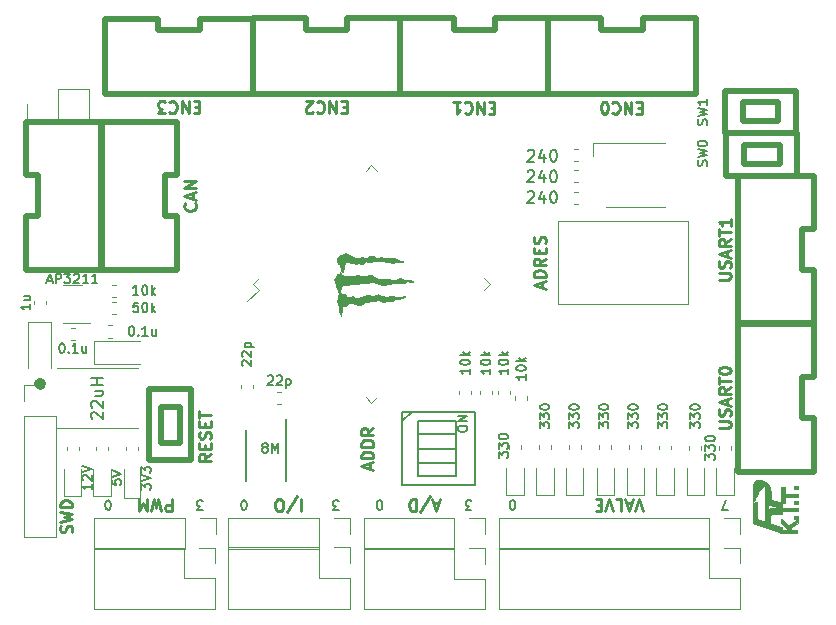
<source format=gbr>
G04 #@! TF.GenerationSoftware,KiCad,Pcbnew,(5.1.2)-1*
G04 #@! TF.CreationDate,2019-06-29T05:03:23+09:00*
G04 #@! TF.ProjectId,stm32f4_board_test,73746d33-3266-4345-9f62-6f6172645f74,rev?*
G04 #@! TF.SameCoordinates,Original*
G04 #@! TF.FileFunction,Legend,Top*
G04 #@! TF.FilePolarity,Positive*
%FSLAX46Y46*%
G04 Gerber Fmt 4.6, Leading zero omitted, Abs format (unit mm)*
G04 Created by KiCad (PCBNEW (5.1.2)-1) date 2019-06-29 05:03:23*
%MOMM*%
%LPD*%
G04 APERTURE LIST*
%ADD10C,0.750000*%
%ADD11C,0.200000*%
%ADD12C,0.150000*%
%ADD13C,0.250000*%
%ADD14C,0.500000*%
%ADD15C,0.120000*%
%ADD16C,0.010000*%
G04 APERTURE END LIST*
D10*
X1470000Y-30841428D02*
X1612857Y-30984285D01*
X1470000Y-31127142D01*
X1327142Y-30984285D01*
X1470000Y-30841428D01*
X1470000Y-31127142D01*
D11*
X20466666Y-36404761D02*
X20390476Y-36366666D01*
X20352380Y-36328571D01*
X20314285Y-36252380D01*
X20314285Y-36214285D01*
X20352380Y-36138095D01*
X20390476Y-36100000D01*
X20466666Y-36061904D01*
X20619047Y-36061904D01*
X20695238Y-36100000D01*
X20733333Y-36138095D01*
X20771428Y-36214285D01*
X20771428Y-36252380D01*
X20733333Y-36328571D01*
X20695238Y-36366666D01*
X20619047Y-36404761D01*
X20466666Y-36404761D01*
X20390476Y-36442857D01*
X20352380Y-36480952D01*
X20314285Y-36557142D01*
X20314285Y-36709523D01*
X20352380Y-36785714D01*
X20390476Y-36823809D01*
X20466666Y-36861904D01*
X20619047Y-36861904D01*
X20695238Y-36823809D01*
X20733333Y-36785714D01*
X20771428Y-36709523D01*
X20771428Y-36557142D01*
X20733333Y-36480952D01*
X20695238Y-36442857D01*
X20619047Y-36404761D01*
X21114285Y-36861904D02*
X21114285Y-36061904D01*
X21380952Y-36633333D01*
X21647619Y-36061904D01*
X21647619Y-36861904D01*
D12*
X15266666Y-41688095D02*
X14771428Y-41688095D01*
X15038095Y-41383333D01*
X14923809Y-41383333D01*
X14847619Y-41345238D01*
X14809523Y-41307142D01*
X14771428Y-41230952D01*
X14771428Y-41040476D01*
X14809523Y-40964285D01*
X14847619Y-40926190D01*
X14923809Y-40888095D01*
X15152380Y-40888095D01*
X15228571Y-40926190D01*
X15266666Y-40964285D01*
X26766666Y-41688095D02*
X26271428Y-41688095D01*
X26538095Y-41383333D01*
X26423809Y-41383333D01*
X26347619Y-41345238D01*
X26309523Y-41307142D01*
X26271428Y-41230952D01*
X26271428Y-41040476D01*
X26309523Y-40964285D01*
X26347619Y-40926190D01*
X26423809Y-40888095D01*
X26652380Y-40888095D01*
X26728571Y-40926190D01*
X26766666Y-40964285D01*
X59766666Y-41688095D02*
X59233333Y-41688095D01*
X59576190Y-40888095D01*
X38016666Y-41688095D02*
X37521428Y-41688095D01*
X37788095Y-41383333D01*
X37673809Y-41383333D01*
X37597619Y-41345238D01*
X37559523Y-41307142D01*
X37521428Y-41230952D01*
X37521428Y-41040476D01*
X37559523Y-40964285D01*
X37597619Y-40926190D01*
X37673809Y-40888095D01*
X37902380Y-40888095D01*
X37978571Y-40926190D01*
X38016666Y-40964285D01*
X30288095Y-41688095D02*
X30211904Y-41688095D01*
X30135714Y-41650000D01*
X30097619Y-41611904D01*
X30059523Y-41535714D01*
X30021428Y-41383333D01*
X30021428Y-41192857D01*
X30059523Y-41040476D01*
X30097619Y-40964285D01*
X30135714Y-40926190D01*
X30211904Y-40888095D01*
X30288095Y-40888095D01*
X30364285Y-40926190D01*
X30402380Y-40964285D01*
X30440476Y-41040476D01*
X30478571Y-41192857D01*
X30478571Y-41383333D01*
X30440476Y-41535714D01*
X30402380Y-41611904D01*
X30364285Y-41650000D01*
X30288095Y-41688095D01*
X41538095Y-41688095D02*
X41461904Y-41688095D01*
X41385714Y-41650000D01*
X41347619Y-41611904D01*
X41309523Y-41535714D01*
X41271428Y-41383333D01*
X41271428Y-41192857D01*
X41309523Y-41040476D01*
X41347619Y-40964285D01*
X41385714Y-40926190D01*
X41461904Y-40888095D01*
X41538095Y-40888095D01*
X41614285Y-40926190D01*
X41652380Y-40964285D01*
X41690476Y-41040476D01*
X41728571Y-41192857D01*
X41728571Y-41383333D01*
X41690476Y-41535714D01*
X41652380Y-41611904D01*
X41614285Y-41650000D01*
X41538095Y-41688095D01*
X7288095Y-41688095D02*
X7211904Y-41688095D01*
X7135714Y-41650000D01*
X7097619Y-41611904D01*
X7059523Y-41535714D01*
X7021428Y-41383333D01*
X7021428Y-41192857D01*
X7059523Y-41040476D01*
X7097619Y-40964285D01*
X7135714Y-40926190D01*
X7211904Y-40888095D01*
X7288095Y-40888095D01*
X7364285Y-40926190D01*
X7402380Y-40964285D01*
X7440476Y-41040476D01*
X7478571Y-41192857D01*
X7478571Y-41383333D01*
X7440476Y-41535714D01*
X7402380Y-41611904D01*
X7364285Y-41650000D01*
X7288095Y-41688095D01*
D11*
X57923809Y-12566666D02*
X57961904Y-12452380D01*
X57961904Y-12261904D01*
X57923809Y-12185714D01*
X57885714Y-12147619D01*
X57809523Y-12109523D01*
X57733333Y-12109523D01*
X57657142Y-12147619D01*
X57619047Y-12185714D01*
X57580952Y-12261904D01*
X57542857Y-12414285D01*
X57504761Y-12490476D01*
X57466666Y-12528571D01*
X57390476Y-12566666D01*
X57314285Y-12566666D01*
X57238095Y-12528571D01*
X57200000Y-12490476D01*
X57161904Y-12414285D01*
X57161904Y-12223809D01*
X57200000Y-12109523D01*
X57161904Y-11842857D02*
X57961904Y-11652380D01*
X57390476Y-11500000D01*
X57961904Y-11347619D01*
X57161904Y-11157142D01*
X57161904Y-10700000D02*
X57161904Y-10623809D01*
X57200000Y-10547619D01*
X57238095Y-10509523D01*
X57314285Y-10471428D01*
X57466666Y-10433333D01*
X57657142Y-10433333D01*
X57809523Y-10471428D01*
X57885714Y-10509523D01*
X57923809Y-10547619D01*
X57961904Y-10623809D01*
X57961904Y-10700000D01*
X57923809Y-10776190D01*
X57885714Y-10814285D01*
X57809523Y-10852380D01*
X57657142Y-10890476D01*
X57466666Y-10890476D01*
X57314285Y-10852380D01*
X57238095Y-10814285D01*
X57200000Y-10776190D01*
X57161904Y-10700000D01*
D12*
X18788095Y-41688095D02*
X18711904Y-41688095D01*
X18635714Y-41650000D01*
X18597619Y-41611904D01*
X18559523Y-41535714D01*
X18521428Y-41383333D01*
X18521428Y-41192857D01*
X18559523Y-41040476D01*
X18597619Y-40964285D01*
X18635714Y-40926190D01*
X18711904Y-40888095D01*
X18788095Y-40888095D01*
X18864285Y-40926190D01*
X18902380Y-40964285D01*
X18940476Y-41040476D01*
X18978571Y-41192857D01*
X18978571Y-41383333D01*
X18940476Y-41535714D01*
X18902380Y-41611904D01*
X18864285Y-41650000D01*
X18788095Y-41688095D01*
D11*
X57923809Y-9066666D02*
X57961904Y-8952380D01*
X57961904Y-8761904D01*
X57923809Y-8685714D01*
X57885714Y-8647619D01*
X57809523Y-8609523D01*
X57733333Y-8609523D01*
X57657142Y-8647619D01*
X57619047Y-8685714D01*
X57580952Y-8761904D01*
X57542857Y-8914285D01*
X57504761Y-8990476D01*
X57466666Y-9028571D01*
X57390476Y-9066666D01*
X57314285Y-9066666D01*
X57238095Y-9028571D01*
X57200000Y-8990476D01*
X57161904Y-8914285D01*
X57161904Y-8723809D01*
X57200000Y-8609523D01*
X57161904Y-8342857D02*
X57961904Y-8152380D01*
X57390476Y-8000000D01*
X57961904Y-7847619D01*
X57161904Y-7657142D01*
X57961904Y-6933333D02*
X57961904Y-7390476D01*
X57961904Y-7161904D02*
X57161904Y-7161904D01*
X57276190Y-7238095D01*
X57352380Y-7314285D01*
X57390476Y-7390476D01*
X7561904Y-39152380D02*
X7561904Y-39533333D01*
X7942857Y-39571428D01*
X7904761Y-39533333D01*
X7866666Y-39457142D01*
X7866666Y-39266666D01*
X7904761Y-39190476D01*
X7942857Y-39152380D01*
X8019047Y-39114285D01*
X8209523Y-39114285D01*
X8285714Y-39152380D01*
X8323809Y-39190476D01*
X8361904Y-39266666D01*
X8361904Y-39457142D01*
X8323809Y-39533333D01*
X8285714Y-39571428D01*
X7561904Y-38885714D02*
X8361904Y-38619047D01*
X7561904Y-38352380D01*
X10061904Y-39990476D02*
X10061904Y-39495238D01*
X10366666Y-39761904D01*
X10366666Y-39647619D01*
X10404761Y-39571428D01*
X10442857Y-39533333D01*
X10519047Y-39495238D01*
X10709523Y-39495238D01*
X10785714Y-39533333D01*
X10823809Y-39571428D01*
X10861904Y-39647619D01*
X10861904Y-39876190D01*
X10823809Y-39952380D01*
X10785714Y-39990476D01*
X10061904Y-39266666D02*
X10861904Y-39000000D01*
X10061904Y-38733333D01*
X10061904Y-38542857D02*
X10061904Y-38047619D01*
X10366666Y-38314285D01*
X10366666Y-38200000D01*
X10404761Y-38123809D01*
X10442857Y-38085714D01*
X10519047Y-38047619D01*
X10709523Y-38047619D01*
X10785714Y-38085714D01*
X10823809Y-38123809D01*
X10861904Y-38200000D01*
X10861904Y-38428571D01*
X10823809Y-38504761D01*
X10785714Y-38542857D01*
D13*
X23547619Y-40797619D02*
X23547619Y-41797619D01*
X22357142Y-41845238D02*
X23214285Y-40559523D01*
X21833333Y-41797619D02*
X21642857Y-41797619D01*
X21547619Y-41750000D01*
X21452380Y-41654761D01*
X21404761Y-41464285D01*
X21404761Y-41130952D01*
X21452380Y-40940476D01*
X21547619Y-40845238D01*
X21642857Y-40797619D01*
X21833333Y-40797619D01*
X21928571Y-40845238D01*
X22023809Y-40940476D01*
X22071428Y-41130952D01*
X22071428Y-41464285D01*
X22023809Y-41654761D01*
X21928571Y-41750000D01*
X21833333Y-41797619D01*
D11*
X5861904Y-39495238D02*
X5861904Y-39952380D01*
X5861904Y-39723809D02*
X5061904Y-39723809D01*
X5176190Y-39800000D01*
X5252380Y-39876190D01*
X5290476Y-39952380D01*
X5138095Y-39190476D02*
X5100000Y-39152380D01*
X5061904Y-39076190D01*
X5061904Y-38885714D01*
X5100000Y-38809523D01*
X5138095Y-38771428D01*
X5214285Y-38733333D01*
X5290476Y-38733333D01*
X5404761Y-38771428D01*
X5861904Y-39228571D01*
X5861904Y-38733333D01*
X5061904Y-38504761D02*
X5861904Y-38238095D01*
X5061904Y-37971428D01*
D13*
X4154761Y-43607142D02*
X4202380Y-43464285D01*
X4202380Y-43226190D01*
X4154761Y-43130952D01*
X4107142Y-43083333D01*
X4011904Y-43035714D01*
X3916666Y-43035714D01*
X3821428Y-43083333D01*
X3773809Y-43130952D01*
X3726190Y-43226190D01*
X3678571Y-43416666D01*
X3630952Y-43511904D01*
X3583333Y-43559523D01*
X3488095Y-43607142D01*
X3392857Y-43607142D01*
X3297619Y-43559523D01*
X3250000Y-43511904D01*
X3202380Y-43416666D01*
X3202380Y-43178571D01*
X3250000Y-43035714D01*
X3202380Y-42702380D02*
X4202380Y-42464285D01*
X3488095Y-42273809D01*
X4202380Y-42083333D01*
X3202380Y-41845238D01*
X4202380Y-41464285D02*
X3202380Y-41464285D01*
X3202380Y-41226190D01*
X3250000Y-41083333D01*
X3345238Y-40988095D01*
X3440476Y-40940476D01*
X3630952Y-40892857D01*
X3773809Y-40892857D01*
X3964285Y-40940476D01*
X4059523Y-40988095D01*
X4154761Y-41083333D01*
X4202380Y-41226190D01*
X4202380Y-41464285D01*
X15952380Y-36952380D02*
X15476190Y-37285714D01*
X15952380Y-37523809D02*
X14952380Y-37523809D01*
X14952380Y-37142857D01*
X15000000Y-37047619D01*
X15047619Y-37000000D01*
X15142857Y-36952380D01*
X15285714Y-36952380D01*
X15380952Y-37000000D01*
X15428571Y-37047619D01*
X15476190Y-37142857D01*
X15476190Y-37523809D01*
X15428571Y-36523809D02*
X15428571Y-36190476D01*
X15952380Y-36047619D02*
X15952380Y-36523809D01*
X14952380Y-36523809D01*
X14952380Y-36047619D01*
X15904761Y-35666666D02*
X15952380Y-35523809D01*
X15952380Y-35285714D01*
X15904761Y-35190476D01*
X15857142Y-35142857D01*
X15761904Y-35095238D01*
X15666666Y-35095238D01*
X15571428Y-35142857D01*
X15523809Y-35190476D01*
X15476190Y-35285714D01*
X15428571Y-35476190D01*
X15380952Y-35571428D01*
X15333333Y-35619047D01*
X15238095Y-35666666D01*
X15142857Y-35666666D01*
X15047619Y-35619047D01*
X15000000Y-35571428D01*
X14952380Y-35476190D01*
X14952380Y-35238095D01*
X15000000Y-35095238D01*
X15428571Y-34666666D02*
X15428571Y-34333333D01*
X15952380Y-34190476D02*
X15952380Y-34666666D01*
X14952380Y-34666666D01*
X14952380Y-34190476D01*
X14952380Y-33904761D02*
X14952380Y-33333333D01*
X15952380Y-33619047D02*
X14952380Y-33619047D01*
X29416666Y-38238095D02*
X29416666Y-37761904D01*
X29702380Y-38333333D02*
X28702380Y-38000000D01*
X29702380Y-37666666D01*
X29702380Y-37333333D02*
X28702380Y-37333333D01*
X28702380Y-37095238D01*
X28750000Y-36952380D01*
X28845238Y-36857142D01*
X28940476Y-36809523D01*
X29130952Y-36761904D01*
X29273809Y-36761904D01*
X29464285Y-36809523D01*
X29559523Y-36857142D01*
X29654761Y-36952380D01*
X29702380Y-37095238D01*
X29702380Y-37333333D01*
X29702380Y-36333333D02*
X28702380Y-36333333D01*
X28702380Y-36095238D01*
X28750000Y-35952380D01*
X28845238Y-35857142D01*
X28940476Y-35809523D01*
X29130952Y-35761904D01*
X29273809Y-35761904D01*
X29464285Y-35809523D01*
X29559523Y-35857142D01*
X29654761Y-35952380D01*
X29702380Y-36095238D01*
X29702380Y-36333333D01*
X29702380Y-34761904D02*
X29226190Y-35095238D01*
X29702380Y-35333333D02*
X28702380Y-35333333D01*
X28702380Y-34952380D01*
X28750000Y-34857142D01*
X28797619Y-34809523D01*
X28892857Y-34761904D01*
X29035714Y-34761904D01*
X29130952Y-34809523D01*
X29178571Y-34857142D01*
X29226190Y-34952380D01*
X29226190Y-35333333D01*
X52547619Y-41797619D02*
X52214285Y-40797619D01*
X51880952Y-41797619D01*
X51595238Y-41083333D02*
X51119047Y-41083333D01*
X51690476Y-40797619D02*
X51357142Y-41797619D01*
X51023809Y-40797619D01*
X50214285Y-40797619D02*
X50690476Y-40797619D01*
X50690476Y-41797619D01*
X50023809Y-41797619D02*
X49690476Y-40797619D01*
X49357142Y-41797619D01*
X49023809Y-41321428D02*
X48690476Y-41321428D01*
X48547619Y-40797619D02*
X49023809Y-40797619D01*
X49023809Y-41797619D01*
X48547619Y-41797619D01*
X35261904Y-41083333D02*
X34785714Y-41083333D01*
X35357142Y-40797619D02*
X35023809Y-41797619D01*
X34690476Y-40797619D01*
X33642857Y-41845238D02*
X34500000Y-40559523D01*
X33309523Y-40797619D02*
X33309523Y-41797619D01*
X33071428Y-41797619D01*
X32928571Y-41750000D01*
X32833333Y-41654761D01*
X32785714Y-41559523D01*
X32738095Y-41369047D01*
X32738095Y-41226190D01*
X32785714Y-41035714D01*
X32833333Y-40940476D01*
X32928571Y-40845238D01*
X33071428Y-40797619D01*
X33309523Y-40797619D01*
X12654761Y-40797619D02*
X12654761Y-41797619D01*
X12273809Y-41797619D01*
X12178571Y-41750000D01*
X12130952Y-41702380D01*
X12083333Y-41607142D01*
X12083333Y-41464285D01*
X12130952Y-41369047D01*
X12178571Y-41321428D01*
X12273809Y-41273809D01*
X12654761Y-41273809D01*
X11750000Y-41797619D02*
X11511904Y-40797619D01*
X11321428Y-41511904D01*
X11130952Y-40797619D01*
X10892857Y-41797619D01*
X10511904Y-40797619D02*
X10511904Y-41797619D01*
X10178571Y-41083333D01*
X9845238Y-41797619D01*
X9845238Y-40797619D01*
X27464285Y-7621428D02*
X27130952Y-7621428D01*
X26988095Y-7097619D02*
X27464285Y-7097619D01*
X27464285Y-8097619D01*
X26988095Y-8097619D01*
X26559523Y-7097619D02*
X26559523Y-8097619D01*
X25988095Y-7097619D01*
X25988095Y-8097619D01*
X24940476Y-7192857D02*
X24988095Y-7145238D01*
X25130952Y-7097619D01*
X25226190Y-7097619D01*
X25369047Y-7145238D01*
X25464285Y-7240476D01*
X25511904Y-7335714D01*
X25559523Y-7526190D01*
X25559523Y-7669047D01*
X25511904Y-7859523D01*
X25464285Y-7954761D01*
X25369047Y-8050000D01*
X25226190Y-8097619D01*
X25130952Y-8097619D01*
X24988095Y-8050000D01*
X24940476Y-8002380D01*
X24559523Y-8002380D02*
X24511904Y-8050000D01*
X24416666Y-8097619D01*
X24178571Y-8097619D01*
X24083333Y-8050000D01*
X24035714Y-8002380D01*
X23988095Y-7907142D01*
X23988095Y-7811904D01*
X24035714Y-7669047D01*
X24607142Y-7097619D01*
X23988095Y-7097619D01*
X14607142Y-15742857D02*
X14654761Y-15790476D01*
X14702380Y-15933333D01*
X14702380Y-16028571D01*
X14654761Y-16171428D01*
X14559523Y-16266666D01*
X14464285Y-16314285D01*
X14273809Y-16361904D01*
X14130952Y-16361904D01*
X13940476Y-16314285D01*
X13845238Y-16266666D01*
X13750000Y-16171428D01*
X13702380Y-16028571D01*
X13702380Y-15933333D01*
X13750000Y-15790476D01*
X13797619Y-15742857D01*
X14416666Y-15361904D02*
X14416666Y-14885714D01*
X14702380Y-15457142D02*
X13702380Y-15123809D01*
X14702380Y-14790476D01*
X14702380Y-14457142D02*
X13702380Y-14457142D01*
X14702380Y-13885714D01*
X13702380Y-13885714D01*
X14964285Y-7621428D02*
X14630952Y-7621428D01*
X14488095Y-7097619D02*
X14964285Y-7097619D01*
X14964285Y-8097619D01*
X14488095Y-8097619D01*
X14059523Y-7097619D02*
X14059523Y-8097619D01*
X13488095Y-7097619D01*
X13488095Y-8097619D01*
X12440476Y-7192857D02*
X12488095Y-7145238D01*
X12630952Y-7097619D01*
X12726190Y-7097619D01*
X12869047Y-7145238D01*
X12964285Y-7240476D01*
X13011904Y-7335714D01*
X13059523Y-7526190D01*
X13059523Y-7669047D01*
X13011904Y-7859523D01*
X12964285Y-7954761D01*
X12869047Y-8050000D01*
X12726190Y-8097619D01*
X12630952Y-8097619D01*
X12488095Y-8050000D01*
X12440476Y-8002380D01*
X12107142Y-8097619D02*
X11488095Y-8097619D01*
X11821428Y-7716666D01*
X11678571Y-7716666D01*
X11583333Y-7669047D01*
X11535714Y-7621428D01*
X11488095Y-7526190D01*
X11488095Y-7288095D01*
X11535714Y-7192857D01*
X11583333Y-7145238D01*
X11678571Y-7097619D01*
X11964285Y-7097619D01*
X12059523Y-7145238D01*
X12107142Y-7192857D01*
X39964285Y-7671428D02*
X39630952Y-7671428D01*
X39488095Y-7147619D02*
X39964285Y-7147619D01*
X39964285Y-8147619D01*
X39488095Y-8147619D01*
X39059523Y-7147619D02*
X39059523Y-8147619D01*
X38488095Y-7147619D01*
X38488095Y-8147619D01*
X37440476Y-7242857D02*
X37488095Y-7195238D01*
X37630952Y-7147619D01*
X37726190Y-7147619D01*
X37869047Y-7195238D01*
X37964285Y-7290476D01*
X38011904Y-7385714D01*
X38059523Y-7576190D01*
X38059523Y-7719047D01*
X38011904Y-7909523D01*
X37964285Y-8004761D01*
X37869047Y-8100000D01*
X37726190Y-8147619D01*
X37630952Y-8147619D01*
X37488095Y-8100000D01*
X37440476Y-8052380D01*
X36488095Y-7147619D02*
X37059523Y-7147619D01*
X36773809Y-7147619D02*
X36773809Y-8147619D01*
X36869047Y-8004761D01*
X36964285Y-7909523D01*
X37059523Y-7861904D01*
X52464285Y-7671428D02*
X52130952Y-7671428D01*
X51988095Y-7147619D02*
X52464285Y-7147619D01*
X52464285Y-8147619D01*
X51988095Y-8147619D01*
X51559523Y-7147619D02*
X51559523Y-8147619D01*
X50988095Y-7147619D01*
X50988095Y-8147619D01*
X49940476Y-7242857D02*
X49988095Y-7195238D01*
X50130952Y-7147619D01*
X50226190Y-7147619D01*
X50369047Y-7195238D01*
X50464285Y-7290476D01*
X50511904Y-7385714D01*
X50559523Y-7576190D01*
X50559523Y-7719047D01*
X50511904Y-7909523D01*
X50464285Y-8004761D01*
X50369047Y-8100000D01*
X50226190Y-8147619D01*
X50130952Y-8147619D01*
X49988095Y-8100000D01*
X49940476Y-8052380D01*
X49321428Y-8147619D02*
X49226190Y-8147619D01*
X49130952Y-8100000D01*
X49083333Y-8052380D01*
X49035714Y-7957142D01*
X48988095Y-7766666D01*
X48988095Y-7528571D01*
X49035714Y-7338095D01*
X49083333Y-7242857D01*
X49130952Y-7195238D01*
X49226190Y-7147619D01*
X49321428Y-7147619D01*
X49416666Y-7195238D01*
X49464285Y-7242857D01*
X49511904Y-7338095D01*
X49559523Y-7528571D01*
X49559523Y-7766666D01*
X49511904Y-7957142D01*
X49464285Y-8052380D01*
X49416666Y-8100000D01*
X49321428Y-8147619D01*
D14*
X13090000Y-21350000D02*
X13090000Y-16850000D01*
X13090000Y-16850000D02*
X12090000Y-16850000D01*
X12090000Y-16850000D02*
X12090000Y-13350000D01*
X12090000Y-13350000D02*
X13090000Y-13350000D01*
X13090000Y-13350000D02*
X13090000Y-8850000D01*
X6690000Y-8850000D02*
X6690000Y-21350000D01*
X13090000Y-8850000D02*
X6690000Y-8850000D01*
X6690000Y-21350000D02*
X13090000Y-21350000D01*
D15*
X39110084Y-23044975D02*
X39605058Y-22550000D01*
X39605058Y-22550000D02*
X39110084Y-22055025D01*
X30044975Y-32110084D02*
X29550000Y-32605058D01*
X29550000Y-32605058D02*
X29055025Y-32110084D01*
X29055025Y-12989916D02*
X29550000Y-12494942D01*
X29550000Y-12494942D02*
X30044975Y-12989916D01*
X19989916Y-22055025D02*
X19494942Y-22550000D01*
X19494942Y-22550000D02*
X19989916Y-23044975D01*
X19989916Y-23044975D02*
X19024716Y-24010176D01*
X21587221Y-32760000D02*
X21912779Y-32760000D01*
X21587221Y-31740000D02*
X21912779Y-31740000D01*
X18490000Y-31412779D02*
X18490000Y-31087221D01*
X19510000Y-31412779D02*
X19510000Y-31087221D01*
X4087221Y-27290000D02*
X4412779Y-27290000D01*
X4087221Y-26270000D02*
X4412779Y-26270000D01*
X2010000Y-23967221D02*
X2010000Y-24292779D01*
X990000Y-23967221D02*
X990000Y-24292779D01*
X7264721Y-27100000D02*
X7590279Y-27100000D01*
X7264721Y-26080000D02*
X7590279Y-26080000D01*
X3515000Y-38200000D02*
X3515000Y-40485000D01*
X3515000Y-40485000D02*
X4985000Y-40485000D01*
X4985000Y-40485000D02*
X4985000Y-38200000D01*
X7485000Y-40485000D02*
X7485000Y-38200000D01*
X6015000Y-40485000D02*
X7485000Y-40485000D01*
X6015000Y-38200000D02*
X6015000Y-40485000D01*
X40975000Y-38110000D02*
X40975000Y-40395000D01*
X40975000Y-40395000D02*
X42445000Y-40395000D01*
X42445000Y-40395000D02*
X42445000Y-38110000D01*
X44975000Y-40395000D02*
X44975000Y-38110000D01*
X43505000Y-40395000D02*
X44975000Y-40395000D01*
X43505000Y-38110000D02*
X43505000Y-40395000D01*
X47485000Y-40415000D02*
X47485000Y-38130000D01*
X46015000Y-40415000D02*
X47485000Y-40415000D01*
X46015000Y-38130000D02*
X46015000Y-40415000D01*
X50085000Y-40435000D02*
X50085000Y-38150000D01*
X48615000Y-40435000D02*
X50085000Y-40435000D01*
X48615000Y-38150000D02*
X48615000Y-40435000D01*
X51155000Y-38170000D02*
X51155000Y-40455000D01*
X51155000Y-40455000D02*
X52625000Y-40455000D01*
X52625000Y-40455000D02*
X52625000Y-38170000D01*
X53655000Y-38170000D02*
X53655000Y-40455000D01*
X53655000Y-40455000D02*
X55125000Y-40455000D01*
X55125000Y-40455000D02*
X55125000Y-38170000D01*
X57715000Y-40455000D02*
X57715000Y-38170000D01*
X56245000Y-40455000D02*
X57715000Y-40455000D01*
X56245000Y-38170000D02*
X56245000Y-40455000D01*
X58755000Y-38170000D02*
X58755000Y-40455000D01*
X58755000Y-40455000D02*
X60225000Y-40455000D01*
X60225000Y-40455000D02*
X60225000Y-38170000D01*
X170000Y-43950000D02*
X2830000Y-43950000D01*
X170000Y-33730000D02*
X170000Y-43950000D01*
X2830000Y-33730000D02*
X2830000Y-43950000D01*
X170000Y-33730000D02*
X2830000Y-33730000D01*
X170000Y-32460000D02*
X170000Y-31130000D01*
X170000Y-31130000D02*
X1500000Y-31130000D01*
X40320000Y-42370000D02*
X40320000Y-45030000D01*
X58160000Y-42370000D02*
X40320000Y-42370000D01*
X58160000Y-45030000D02*
X40320000Y-45030000D01*
X58160000Y-42370000D02*
X58160000Y-45030000D01*
X59430000Y-42370000D02*
X60760000Y-42370000D01*
X60760000Y-42370000D02*
X60760000Y-43700000D01*
X28900000Y-42370000D02*
X28900000Y-45030000D01*
X36580000Y-42370000D02*
X28900000Y-42370000D01*
X36580000Y-45030000D02*
X28900000Y-45030000D01*
X36580000Y-42370000D02*
X36580000Y-45030000D01*
X37850000Y-42370000D02*
X39180000Y-42370000D01*
X39180000Y-42370000D02*
X39180000Y-43700000D01*
X16355000Y-42370000D02*
X16355000Y-43700000D01*
X15025000Y-42370000D02*
X16355000Y-42370000D01*
X13755000Y-42370000D02*
X13755000Y-45030000D01*
X13755000Y-45030000D02*
X6075000Y-45030000D01*
X13755000Y-42370000D02*
X6075000Y-42370000D01*
X6075000Y-42370000D02*
X6075000Y-45030000D01*
X17430000Y-42370000D02*
X17430000Y-45030000D01*
X25110000Y-42370000D02*
X17430000Y-42370000D01*
X25110000Y-45030000D02*
X17430000Y-45030000D01*
X25110000Y-42370000D02*
X25110000Y-45030000D01*
X26380000Y-42370000D02*
X27710000Y-42370000D01*
X27710000Y-42370000D02*
X27710000Y-43700000D01*
X28900000Y-44920000D02*
X28900000Y-50120000D01*
X36580000Y-44920000D02*
X28900000Y-44920000D01*
X39180000Y-50120000D02*
X28900000Y-50120000D01*
X36580000Y-44920000D02*
X36580000Y-47520000D01*
X36580000Y-47520000D02*
X39180000Y-47520000D01*
X39180000Y-47520000D02*
X39180000Y-50120000D01*
X37850000Y-44920000D02*
X39180000Y-44920000D01*
X39180000Y-44920000D02*
X39180000Y-46250000D01*
X16310000Y-44890000D02*
X16310000Y-46220000D01*
X14980000Y-44890000D02*
X16310000Y-44890000D01*
X16310000Y-47490000D02*
X16310000Y-50090000D01*
X13710000Y-47490000D02*
X16310000Y-47490000D01*
X13710000Y-44890000D02*
X13710000Y-47490000D01*
X16310000Y-50090000D02*
X6030000Y-50090000D01*
X13710000Y-44890000D02*
X6030000Y-44890000D01*
X6030000Y-44890000D02*
X6030000Y-50090000D01*
X17440000Y-44870000D02*
X17440000Y-50070000D01*
X25120000Y-44870000D02*
X17440000Y-44870000D01*
X27720000Y-50070000D02*
X17440000Y-50070000D01*
X25120000Y-44870000D02*
X25120000Y-47470000D01*
X25120000Y-47470000D02*
X27720000Y-47470000D01*
X27720000Y-47470000D02*
X27720000Y-50070000D01*
X26390000Y-44870000D02*
X27720000Y-44870000D01*
X27720000Y-44870000D02*
X27720000Y-46200000D01*
X47062779Y-11140000D02*
X46737221Y-11140000D01*
X47062779Y-12160000D02*
X46737221Y-12160000D01*
X47062779Y-13960000D02*
X46737221Y-13960000D01*
X47062779Y-12940000D02*
X46737221Y-12940000D01*
X47062779Y-14740000D02*
X46737221Y-14740000D01*
X47062779Y-15760000D02*
X46737221Y-15760000D01*
X3740000Y-36337221D02*
X3740000Y-36662779D01*
X4760000Y-36337221D02*
X4760000Y-36662779D01*
X7260000Y-36337221D02*
X7260000Y-36662779D01*
X6240000Y-36337221D02*
X6240000Y-36662779D01*
X8740000Y-36337221D02*
X8740000Y-36662779D01*
X9760000Y-36337221D02*
X9760000Y-36662779D01*
X36990000Y-31912779D02*
X36990000Y-31587221D01*
X38010000Y-31912779D02*
X38010000Y-31587221D01*
X38740000Y-31912779D02*
X38740000Y-31587221D01*
X39760000Y-31912779D02*
X39760000Y-31587221D01*
X42760000Y-32412779D02*
X42760000Y-32087221D01*
X41740000Y-32412779D02*
X41740000Y-32087221D01*
X40240000Y-31912779D02*
X40240000Y-31587221D01*
X41260000Y-31912779D02*
X41260000Y-31587221D01*
X42220000Y-36227221D02*
X42220000Y-36552779D01*
X41200000Y-36227221D02*
X41200000Y-36552779D01*
X43730000Y-36207221D02*
X43730000Y-36532779D01*
X44750000Y-36207221D02*
X44750000Y-36532779D01*
X47260000Y-36187221D02*
X47260000Y-36512779D01*
X46240000Y-36187221D02*
X46240000Y-36512779D01*
X49860000Y-36197221D02*
X49860000Y-36522779D01*
X48840000Y-36197221D02*
X48840000Y-36522779D01*
X51340000Y-36237221D02*
X51340000Y-36562779D01*
X52360000Y-36237221D02*
X52360000Y-36562779D01*
X53880000Y-36247221D02*
X53880000Y-36572779D01*
X54900000Y-36247221D02*
X54900000Y-36572779D01*
X57490000Y-36257221D02*
X57490000Y-36582779D01*
X56470000Y-36257221D02*
X56470000Y-36582779D01*
X58970000Y-36267221D02*
X58970000Y-36592779D01*
X59990000Y-36267221D02*
X59990000Y-36592779D01*
X7587221Y-24070000D02*
X7912779Y-24070000D01*
X7587221Y-25090000D02*
X7912779Y-25090000D01*
X7912779Y-22620000D02*
X7587221Y-22620000D01*
X7912779Y-23640000D02*
X7587221Y-23640000D01*
X5050000Y-22650000D02*
X3450000Y-22650000D01*
X3450000Y-25850000D02*
X5750000Y-25850000D01*
X48300000Y-10650000D02*
X54400000Y-10650000D01*
X48300000Y-11750000D02*
X48300000Y-10650000D01*
X54400000Y-16050000D02*
X49400000Y-16050000D01*
D12*
X36700000Y-37700000D02*
X33500000Y-37700000D01*
X36700000Y-38400000D02*
X36700000Y-38800000D01*
X36700000Y-38800000D02*
X33500000Y-38800000D01*
X33500000Y-38800000D02*
X33500000Y-38600000D01*
X36700000Y-35300000D02*
X33500000Y-35300000D01*
X36700000Y-34400000D02*
X36700000Y-34200000D01*
X36700000Y-34200000D02*
X33500000Y-34200000D01*
X33500000Y-34200000D02*
X33500000Y-34400000D01*
X33000000Y-33400000D02*
X32100000Y-34200000D01*
X36700000Y-36500000D02*
X33500000Y-36500000D01*
X33500000Y-34400000D02*
X33500000Y-38600000D01*
X36700000Y-38600000D02*
X36700000Y-34400000D01*
X38300000Y-33400000D02*
X32100000Y-33400000D01*
X32100000Y-39610000D02*
X32100000Y-33400000D01*
X38300000Y-39610000D02*
X32100000Y-39610000D01*
X38300000Y-33400000D02*
X38300000Y-39610000D01*
D15*
X40310000Y-44900000D02*
X40310000Y-50100000D01*
X58150000Y-44900000D02*
X40310000Y-44900000D01*
X60750000Y-50100000D02*
X40310000Y-50100000D01*
X58150000Y-44900000D02*
X58150000Y-47500000D01*
X58150000Y-47500000D02*
X60750000Y-47500000D01*
X60750000Y-47500000D02*
X60750000Y-50100000D01*
X59420000Y-44900000D02*
X60750000Y-44900000D01*
X60750000Y-44900000D02*
X60750000Y-46230000D01*
D14*
X59600000Y-13400000D02*
X65600000Y-13400000D01*
X59600000Y-9800000D02*
X59600000Y-13400000D01*
X65600000Y-9800000D02*
X59600000Y-9800000D01*
X65600000Y-13400000D02*
X65600000Y-9800000D01*
X61100000Y-12400000D02*
X64100000Y-12400000D01*
X61100000Y-10800000D02*
X61100000Y-12400000D01*
X64100000Y-10800000D02*
X61100000Y-10800000D01*
X64100000Y-12400000D02*
X64100000Y-10800000D01*
X64000000Y-8800000D02*
X64000000Y-7200000D01*
X64000000Y-7200000D02*
X61000000Y-7200000D01*
X61000000Y-7200000D02*
X61000000Y-8800000D01*
X61000000Y-8800000D02*
X64000000Y-8800000D01*
X65500000Y-9800000D02*
X65500000Y-6200000D01*
X65500000Y-6200000D02*
X59500000Y-6200000D01*
X59500000Y-6200000D02*
X59500000Y-9800000D01*
X59500000Y-9800000D02*
X65500000Y-9800000D01*
X13300000Y-33000000D02*
X11700000Y-33000000D01*
X11700000Y-33000000D02*
X11700000Y-36000000D01*
X11700000Y-36000000D02*
X13300000Y-36000000D01*
X13300000Y-36000000D02*
X13300000Y-33000000D01*
X14300000Y-31500000D02*
X10700000Y-31500000D01*
X10700000Y-31500000D02*
X10700000Y-37500000D01*
X10700000Y-37500000D02*
X14300000Y-37500000D01*
X14300000Y-37500000D02*
X14300000Y-31500000D01*
X19500000Y-100000D02*
X15000000Y-100000D01*
X15000000Y-100000D02*
X15000000Y-1100000D01*
X15000000Y-1100000D02*
X11500000Y-1100000D01*
X11500000Y-1100000D02*
X11500000Y-100000D01*
X11500000Y-100000D02*
X7000000Y-100000D01*
X7000000Y-6500000D02*
X19500000Y-6500000D01*
X7000000Y-100000D02*
X7000000Y-6500000D01*
X19500000Y-6500000D02*
X19500000Y-100000D01*
X57000000Y-50000D02*
X52500000Y-50000D01*
X52500000Y-50000D02*
X52500000Y-1050000D01*
X52500000Y-1050000D02*
X49000000Y-1050000D01*
X49000000Y-1050000D02*
X49000000Y-50000D01*
X49000000Y-50000D02*
X44500000Y-50000D01*
X44500000Y-6450000D02*
X57000000Y-6450000D01*
X44500000Y-50000D02*
X44500000Y-6450000D01*
X57000000Y-6450000D02*
X57000000Y-50000D01*
X44500000Y-6450000D02*
X44500000Y-50000D01*
X32000000Y-50000D02*
X32000000Y-6450000D01*
X32000000Y-6450000D02*
X44500000Y-6450000D01*
X36500000Y-50000D02*
X32000000Y-50000D01*
X36500000Y-1050000D02*
X36500000Y-50000D01*
X40000000Y-1050000D02*
X36500000Y-1050000D01*
X40000000Y-50000D02*
X40000000Y-1050000D01*
X44500000Y-50000D02*
X40000000Y-50000D01*
X32000000Y-6450000D02*
X32000000Y-50000D01*
X19500000Y-50000D02*
X19500000Y-6450000D01*
X19500000Y-6450000D02*
X32000000Y-6450000D01*
X24000000Y-50000D02*
X19500000Y-50000D01*
X24000000Y-1050000D02*
X24000000Y-50000D01*
X27500000Y-1050000D02*
X24000000Y-1050000D01*
X27500000Y-50000D02*
X27500000Y-1050000D01*
X32000000Y-50000D02*
X27500000Y-50000D01*
X60600000Y-25900000D02*
X67000000Y-25900000D01*
X67000000Y-13400000D02*
X60600000Y-13400000D01*
X60600000Y-13400000D02*
X60600000Y-25900000D01*
X67000000Y-17900000D02*
X67000000Y-13400000D01*
X66000000Y-17900000D02*
X67000000Y-17900000D01*
X66000000Y-21400000D02*
X66000000Y-17900000D01*
X67000000Y-21400000D02*
X66000000Y-21400000D01*
X67000000Y-25900000D02*
X67000000Y-21400000D01*
X6700000Y-8850000D02*
X300000Y-8850000D01*
X300000Y-21350000D02*
X6700000Y-21350000D01*
X6700000Y-21350000D02*
X6700000Y-8850000D01*
X300000Y-16850000D02*
X300000Y-21350000D01*
X1300000Y-16850000D02*
X300000Y-16850000D01*
X1300000Y-13350000D02*
X1300000Y-16850000D01*
X300000Y-13350000D02*
X1300000Y-13350000D01*
X300000Y-8850000D02*
X300000Y-13350000D01*
D15*
X5620000Y-8680000D02*
X5620000Y-6020000D01*
X3020000Y-8680000D02*
X5620000Y-8680000D01*
X3020000Y-6020000D02*
X5620000Y-6020000D01*
X3020000Y-8680000D02*
X3020000Y-6020000D01*
X1750000Y-8680000D02*
X420000Y-8680000D01*
X420000Y-8680000D02*
X420000Y-7350000D01*
X2450000Y-25780000D02*
X2450000Y-29680000D01*
X450000Y-25780000D02*
X450000Y-29680000D01*
X2450000Y-25780000D02*
X450000Y-25780000D01*
X6040000Y-27370000D02*
X6040000Y-29370000D01*
X6040000Y-29370000D02*
X9940000Y-29370000D01*
X6040000Y-27370000D02*
X9940000Y-27370000D01*
D14*
X67000000Y-38450000D02*
X67000000Y-33950000D01*
X67000000Y-33950000D02*
X66000000Y-33950000D01*
X66000000Y-33950000D02*
X66000000Y-30450000D01*
X66000000Y-30450000D02*
X67000000Y-30450000D01*
X67000000Y-30450000D02*
X67000000Y-25950000D01*
X60600000Y-25950000D02*
X60600000Y-38450000D01*
X67000000Y-25950000D02*
X60600000Y-25950000D01*
X60600000Y-38450000D02*
X67000000Y-38450000D01*
D15*
X56360000Y-24220000D02*
X45360000Y-24220000D01*
X45360000Y-24220000D02*
X45360000Y-17220000D01*
X45360000Y-17220000D02*
X56360000Y-17220000D01*
X56360000Y-17220000D02*
X56360000Y-24220000D01*
X2900000Y-29700000D02*
X9800000Y-29700000D01*
X2900000Y-34800000D02*
X9800000Y-34800000D01*
X8565000Y-38200000D02*
X8565000Y-40685000D01*
X8565000Y-40685000D02*
X9935000Y-40685000D01*
X9935000Y-40685000D02*
X9935000Y-38200000D01*
D12*
X18950000Y-39225000D02*
X18950000Y-34925000D01*
X22350000Y-33975000D02*
X22350000Y-39225000D01*
D16*
G36*
X26385803Y-22143848D02*
G01*
X26392221Y-22125542D01*
X26407517Y-22118231D01*
X26417842Y-22116669D01*
X26444137Y-22106723D01*
X26461174Y-22080300D01*
X26465467Y-22068200D01*
X26484493Y-22032054D01*
X26506876Y-22019882D01*
X26530972Y-22005524D01*
X26541531Y-21978369D01*
X26554836Y-21948185D01*
X26580720Y-21911845D01*
X26600130Y-21890665D01*
X26635633Y-21849439D01*
X26650430Y-21814509D01*
X26651200Y-21804829D01*
X26659060Y-21759953D01*
X26684372Y-21729718D01*
X26729730Y-21711745D01*
X26757927Y-21706953D01*
X26806589Y-21698259D01*
X26835541Y-21684185D01*
X26850461Y-21660099D01*
X26856537Y-21626515D01*
X26860750Y-21584981D01*
X27006800Y-21713650D01*
X27088994Y-21784039D01*
X27160389Y-21839017D01*
X27225720Y-21879982D01*
X27289720Y-21908333D01*
X27357125Y-21925468D01*
X27432669Y-21932785D01*
X27521088Y-21931682D01*
X27627116Y-21923559D01*
X27694181Y-21916656D01*
X27836854Y-21901147D01*
X27956329Y-21888035D01*
X28054662Y-21877009D01*
X28133909Y-21867754D01*
X28196128Y-21859958D01*
X28243374Y-21853309D01*
X28277705Y-21847493D01*
X28301176Y-21842197D01*
X28315845Y-21837110D01*
X28323767Y-21831917D01*
X28326999Y-21826307D01*
X28327600Y-21820309D01*
X28337629Y-21805701D01*
X28363814Y-21802445D01*
X28400295Y-21809217D01*
X28441215Y-21824696D01*
X28480715Y-21847559D01*
X28494111Y-21857889D01*
X28515384Y-21873787D01*
X28537478Y-21883472D01*
X28567344Y-21888453D01*
X28611936Y-21890237D01*
X28644106Y-21890400D01*
X28699465Y-21891138D01*
X28735568Y-21894160D01*
X28758538Y-21900681D01*
X28774494Y-21911917D01*
X28779656Y-21917301D01*
X28795856Y-21931800D01*
X28815894Y-21938879D01*
X28847323Y-21939944D01*
X28887106Y-21937297D01*
X28924807Y-21932943D01*
X28964130Y-21925396D01*
X29009083Y-21913417D01*
X29063675Y-21895765D01*
X29131913Y-21871201D01*
X29217805Y-21838485D01*
X29261050Y-21821647D01*
X29348177Y-21793038D01*
X29426208Y-21778203D01*
X29491391Y-21777534D01*
X29539975Y-21791420D01*
X29541766Y-21792426D01*
X29581567Y-21820475D01*
X29624189Y-21858322D01*
X29662778Y-21899055D01*
X29690482Y-21935760D01*
X29697894Y-21949901D01*
X29725704Y-21987499D01*
X29772868Y-22009882D01*
X29840128Y-22017399D01*
X29841203Y-22017400D01*
X29896010Y-22024019D01*
X29945355Y-22041629D01*
X29981163Y-22066857D01*
X29990724Y-22079825D01*
X30016117Y-22102101D01*
X30040834Y-22106300D01*
X30076985Y-22114246D01*
X30109065Y-22131700D01*
X30127594Y-22143504D01*
X30150830Y-22151029D01*
X30184561Y-22155169D01*
X30234573Y-22156820D01*
X30272703Y-22156989D01*
X30339196Y-22155943D01*
X30420244Y-22153188D01*
X30505091Y-22149156D01*
X30575500Y-22144814D01*
X30742872Y-22140871D01*
X30922896Y-22150927D01*
X31107433Y-22174393D01*
X31191450Y-22189499D01*
X31275741Y-22200808D01*
X31376527Y-22205984D01*
X31485718Y-22205294D01*
X31595226Y-22199001D01*
X31696965Y-22187370D01*
X31782845Y-22170667D01*
X31785175Y-22170069D01*
X31845106Y-22152596D01*
X31882581Y-22137184D01*
X31896264Y-22124389D01*
X31896300Y-22123791D01*
X31887108Y-22107823D01*
X31880425Y-22106106D01*
X31873813Y-22101715D01*
X31883600Y-22093600D01*
X31915111Y-22083870D01*
X31962148Y-22082077D01*
X32018952Y-22086993D01*
X32079765Y-22097392D01*
X32138829Y-22112047D01*
X32190386Y-22129732D01*
X32228677Y-22149218D01*
X32247945Y-22169280D01*
X32248632Y-22171377D01*
X32254129Y-22182319D01*
X32266916Y-22189526D01*
X32291728Y-22193922D01*
X32333299Y-22196432D01*
X32383556Y-22197739D01*
X32457386Y-22198473D01*
X32541804Y-22198214D01*
X32622019Y-22197035D01*
X32645600Y-22196441D01*
X32706780Y-22195192D01*
X32748410Y-22196170D01*
X32776299Y-22200169D01*
X32796257Y-22207983D01*
X32812703Y-22219303D01*
X32844387Y-22238015D01*
X32873830Y-22245997D01*
X32874283Y-22246000D01*
X32922001Y-22256494D01*
X32974681Y-22285269D01*
X33025200Y-22328266D01*
X33032651Y-22336243D01*
X33063796Y-22373408D01*
X33075970Y-22397924D01*
X33067589Y-22412481D01*
X33037068Y-22419771D01*
X32982821Y-22422485D01*
X32981857Y-22422504D01*
X32930162Y-22422350D01*
X32898809Y-22418870D01*
X32882860Y-22411227D01*
X32878898Y-22405027D01*
X32861433Y-22390466D01*
X32834791Y-22385700D01*
X32803455Y-22381544D01*
X32758958Y-22370740D01*
X32718675Y-22358198D01*
X32645466Y-22337029D01*
X32586599Y-22330968D01*
X32535667Y-22340471D01*
X32486266Y-22365992D01*
X32472384Y-22375669D01*
X32353129Y-22448856D01*
X32229063Y-22498611D01*
X32204406Y-22505494D01*
X32179685Y-22510993D01*
X32150855Y-22515296D01*
X32115008Y-22518484D01*
X32069237Y-22520639D01*
X32010633Y-22521844D01*
X31936289Y-22522180D01*
X31843295Y-22521729D01*
X31728744Y-22520574D01*
X31687202Y-22520071D01*
X31247428Y-22514583D01*
X31168347Y-22551590D01*
X31082176Y-22585039D01*
X31009353Y-22598138D01*
X30948306Y-22591095D01*
X30927805Y-22583149D01*
X30897774Y-22570553D01*
X30875402Y-22569170D01*
X30848223Y-22579491D01*
X30833500Y-22586860D01*
X30742170Y-22624893D01*
X30647834Y-22645633D01*
X30542332Y-22650676D01*
X30512823Y-22649650D01*
X30483068Y-22648260D01*
X30457639Y-22646774D01*
X30433900Y-22644421D01*
X30409214Y-22640432D01*
X30380943Y-22634036D01*
X30346451Y-22624463D01*
X30303100Y-22610943D01*
X30248255Y-22592705D01*
X30179277Y-22568981D01*
X30093530Y-22538999D01*
X29988376Y-22501989D01*
X29897091Y-22469826D01*
X29836398Y-22447641D01*
X29784457Y-22427129D01*
X29745965Y-22410260D01*
X29725618Y-22399001D01*
X29723870Y-22397220D01*
X29714356Y-22390607D01*
X29694689Y-22388294D01*
X29662153Y-22390640D01*
X29614032Y-22398006D01*
X29547614Y-22410751D01*
X29460181Y-22429234D01*
X29426150Y-22436678D01*
X29274842Y-22467880D01*
X29143190Y-22490157D01*
X29027167Y-22503773D01*
X28922750Y-22508992D01*
X28825913Y-22506079D01*
X28732631Y-22495298D01*
X28679366Y-22485704D01*
X28637743Y-22478016D01*
X28613315Y-22476991D01*
X28598491Y-22483744D01*
X28585679Y-22499388D01*
X28585631Y-22499457D01*
X28563750Y-22524242D01*
X28535634Y-22541821D01*
X28497386Y-22552961D01*
X28445107Y-22558429D01*
X28374901Y-22558994D01*
X28297660Y-22556165D01*
X28225992Y-22552924D01*
X28174744Y-22551592D01*
X28138981Y-22552571D01*
X28113767Y-22556265D01*
X28094168Y-22563077D01*
X28075247Y-22573408D01*
X28073508Y-22574465D01*
X28042794Y-22590362D01*
X28011547Y-22598611D01*
X27974016Y-22599235D01*
X27924451Y-22592255D01*
X27857101Y-22577696D01*
X27847205Y-22575358D01*
X27780436Y-22561541D01*
X27731772Y-22557996D01*
X27695504Y-22566163D01*
X27665920Y-22587483D01*
X27637312Y-22623396D01*
X27633291Y-22629325D01*
X27608089Y-22662955D01*
X27585131Y-22680143D01*
X27555128Y-22687076D01*
X27545300Y-22687942D01*
X27509038Y-22686063D01*
X27457705Y-22677673D01*
X27400306Y-22664350D01*
X27382349Y-22659367D01*
X27290629Y-22637825D01*
X27206822Y-22627887D01*
X27136660Y-22630069D01*
X27111574Y-22635005D01*
X27088044Y-22651104D01*
X27082999Y-22673767D01*
X27076164Y-22714257D01*
X27053068Y-22747177D01*
X27009829Y-22777380D01*
X26992950Y-22786333D01*
X26929212Y-22818631D01*
X26932793Y-22931351D01*
X26933692Y-22988853D01*
X26931470Y-23026924D01*
X26925343Y-23051424D01*
X26914525Y-23068213D01*
X26914436Y-23068310D01*
X26902659Y-23087798D01*
X26895789Y-23117963D01*
X26892827Y-23164637D01*
X26892499Y-23196326D01*
X26893984Y-23248340D01*
X26898082Y-23284262D01*
X26904261Y-23299794D01*
X26905379Y-23300100D01*
X26921217Y-23308825D01*
X26945199Y-23330635D01*
X26953623Y-23339681D01*
X26988988Y-23379262D01*
X27125222Y-23377267D01*
X27186635Y-23377201D01*
X27243147Y-23378618D01*
X27287074Y-23381251D01*
X27305578Y-23383550D01*
X27331589Y-23389713D01*
X27344626Y-23400365D01*
X27349169Y-23422876D01*
X27349700Y-23456159D01*
X27352578Y-23498258D01*
X27363799Y-23534127D01*
X27387239Y-23574750D01*
X27396260Y-23588096D01*
X27442821Y-23655701D01*
X27648779Y-23655701D01*
X27725384Y-23655566D01*
X27780356Y-23654843D01*
X27817463Y-23653051D01*
X27840473Y-23649710D01*
X27853153Y-23644342D01*
X27859271Y-23636465D01*
X27861833Y-23628566D01*
X27869204Y-23612152D01*
X27884707Y-23605678D01*
X27915819Y-23606783D01*
X27927047Y-23607982D01*
X27955281Y-23612558D01*
X27981887Y-23621147D01*
X28011816Y-23636425D01*
X28050021Y-23661065D01*
X28101452Y-23697744D01*
X28124400Y-23714588D01*
X28144610Y-23728632D01*
X28163450Y-23737678D01*
X28186615Y-23742500D01*
X28219800Y-23743874D01*
X28268700Y-23742574D01*
X28314900Y-23740509D01*
X28414012Y-23732597D01*
X28510831Y-23717510D01*
X28610918Y-23693864D01*
X28719834Y-23660278D01*
X28843142Y-23615368D01*
X28886537Y-23598384D01*
X28987171Y-23558795D01*
X29067044Y-23528225D01*
X29128781Y-23505769D01*
X29175003Y-23490523D01*
X29208333Y-23481584D01*
X29231393Y-23478047D01*
X29236023Y-23477900D01*
X29268759Y-23483993D01*
X29311410Y-23499310D01*
X29353889Y-23519406D01*
X29386106Y-23539838D01*
X29394277Y-23547603D01*
X29405872Y-23555681D01*
X29427559Y-23561235D01*
X29463285Y-23564670D01*
X29516993Y-23566388D01*
X29581875Y-23566800D01*
X29651347Y-23566584D01*
X29700877Y-23565354D01*
X29735924Y-23562235D01*
X29761947Y-23556356D01*
X29784403Y-23546841D01*
X29808752Y-23532819D01*
X29813870Y-23529680D01*
X29904828Y-23484351D01*
X29996427Y-23458423D01*
X30084992Y-23451926D01*
X30166850Y-23464892D01*
X30238330Y-23497353D01*
X30274186Y-23525698D01*
X30308042Y-23550113D01*
X30345860Y-23556661D01*
X30356736Y-23556191D01*
X30395010Y-23558683D01*
X30444043Y-23568531D01*
X30479063Y-23578916D01*
X30524287Y-23592889D01*
X30564175Y-23602321D01*
X30585027Y-23604900D01*
X30613418Y-23614240D01*
X30622620Y-23630300D01*
X30629555Y-23644330D01*
X30645153Y-23652039D01*
X30675562Y-23655216D01*
X30709880Y-23655700D01*
X30758511Y-23653119D01*
X30821614Y-23646199D01*
X30888882Y-23636178D01*
X30921124Y-23630339D01*
X31010187Y-23616721D01*
X31106888Y-23608164D01*
X31204717Y-23604729D01*
X31297160Y-23606476D01*
X31377705Y-23613466D01*
X31439100Y-23625541D01*
X31470124Y-23632680D01*
X31510738Y-23638329D01*
X31564199Y-23642699D01*
X31633764Y-23646003D01*
X31722691Y-23648451D01*
X31816190Y-23650021D01*
X31913681Y-23651175D01*
X31989025Y-23651565D01*
X32045467Y-23651023D01*
X32086252Y-23649377D01*
X32114626Y-23646456D01*
X32133834Y-23642090D01*
X32147121Y-23636109D01*
X32152740Y-23632324D01*
X32180908Y-23618913D01*
X32223441Y-23612179D01*
X32270652Y-23610869D01*
X32318186Y-23612011D01*
X32345929Y-23615869D01*
X32359455Y-23623850D01*
X32363843Y-23634434D01*
X32361712Y-23654295D01*
X32344999Y-23674331D01*
X32310501Y-23697267D01*
X32258250Y-23724267D01*
X32218232Y-23742048D01*
X32174776Y-23757704D01*
X32124338Y-23772021D01*
X32063370Y-23785789D01*
X31988328Y-23799795D01*
X31895665Y-23814827D01*
X31781836Y-23831672D01*
X31762365Y-23834454D01*
X31483646Y-23874130D01*
X31430763Y-23922876D01*
X31388169Y-23955443D01*
X31347263Y-23975337D01*
X31335465Y-23978192D01*
X31296485Y-23982616D01*
X31238896Y-23987167D01*
X31169485Y-23991500D01*
X31095039Y-23995274D01*
X31022344Y-23998144D01*
X30958187Y-23999767D01*
X30909355Y-23999799D01*
X30908690Y-23999784D01*
X30855006Y-24000839D01*
X30813852Y-24009359D01*
X30776365Y-24028915D01*
X30733682Y-24063077D01*
X30719125Y-24076173D01*
X30676185Y-24111258D01*
X30637721Y-24130857D01*
X30598709Y-24134738D01*
X30554123Y-24122673D01*
X30498939Y-24094431D01*
X30449680Y-24063859D01*
X30407610Y-24038439D01*
X30371506Y-24019778D01*
X30348361Y-24011441D01*
X30346545Y-24011300D01*
X30322918Y-24006330D01*
X30286471Y-23993623D01*
X30262789Y-23983733D01*
X30194684Y-23963967D01*
X30110193Y-23955938D01*
X30015202Y-23959172D01*
X29915598Y-23973195D01*
X29817267Y-23997535D01*
X29739422Y-24025836D01*
X29715646Y-24034545D01*
X29688250Y-24040860D01*
X29652874Y-24045141D01*
X29605161Y-24047750D01*
X29540755Y-24049049D01*
X29455632Y-24049400D01*
X29373244Y-24049605D01*
X29312202Y-24050486D01*
X29268454Y-24052443D01*
X29237948Y-24055875D01*
X29216633Y-24061183D01*
X29200455Y-24068766D01*
X29190076Y-24075601D01*
X29159461Y-24091022D01*
X29113277Y-24107110D01*
X29061048Y-24120589D01*
X29056441Y-24121549D01*
X29002895Y-24135001D01*
X28960083Y-24150558D01*
X28935701Y-24165199D01*
X28904460Y-24183084D01*
X28870525Y-24189101D01*
X28836970Y-24195099D01*
X28808126Y-24216798D01*
X28794659Y-24232453D01*
X28737239Y-24284824D01*
X28663040Y-24321642D01*
X28576731Y-24340963D01*
X28528125Y-24343447D01*
X28498014Y-24342902D01*
X28469973Y-24341095D01*
X28440561Y-24337192D01*
X28406337Y-24330361D01*
X28363861Y-24319769D01*
X28309692Y-24304585D01*
X28240389Y-24283975D01*
X28152511Y-24257107D01*
X28084565Y-24236129D01*
X28015870Y-24216688D01*
X27945094Y-24199682D01*
X27881625Y-24187217D01*
X27843265Y-24182005D01*
X27765249Y-24178705D01*
X27703041Y-24186626D01*
X27648658Y-24208579D01*
X27594120Y-24247377D01*
X27553659Y-24284062D01*
X27494542Y-24338219D01*
X27445105Y-24375695D01*
X27398876Y-24399413D01*
X27349385Y-24412296D01*
X27290161Y-24417266D01*
X27257813Y-24417700D01*
X27201605Y-24418557D01*
X27164622Y-24421886D01*
X27140722Y-24428828D01*
X27123765Y-24440526D01*
X27121100Y-24443101D01*
X27102130Y-24469970D01*
X27095699Y-24491957D01*
X27087659Y-24517763D01*
X27068795Y-24545932D01*
X27057129Y-24560990D01*
X27049850Y-24577867D01*
X27046363Y-24601953D01*
X27046075Y-24638637D01*
X27048393Y-24693309D01*
X27049764Y-24718685D01*
X27052030Y-24806415D01*
X27047825Y-24870281D01*
X27037185Y-24910051D01*
X27020148Y-24925492D01*
X27017461Y-24925700D01*
X27013639Y-24937644D01*
X27010423Y-24970454D01*
X27008085Y-25019598D01*
X27006895Y-25080544D01*
X27006800Y-25104432D01*
X27006502Y-25175473D01*
X27005324Y-25224790D01*
X27002835Y-25256054D01*
X26998606Y-25272937D01*
X26992208Y-25279109D01*
X26986370Y-25279057D01*
X26975707Y-25268251D01*
X26960653Y-25238395D01*
X26940662Y-25188111D01*
X26915184Y-25116023D01*
X26884196Y-25022374D01*
X26840950Y-24881830D01*
X26808402Y-24759337D01*
X26785649Y-24650353D01*
X26771788Y-24550334D01*
X26765914Y-24454735D01*
X26765574Y-24425892D01*
X26764526Y-24372811D01*
X26760012Y-24336148D01*
X26749837Y-24306953D01*
X26731801Y-24276275D01*
X26727126Y-24269276D01*
X26674716Y-24183516D01*
X26640567Y-24107658D01*
X26626849Y-24060480D01*
X26620836Y-24020061D01*
X26626427Y-23988424D01*
X26640029Y-23960494D01*
X26666992Y-23923733D01*
X26699586Y-23893204D01*
X26703918Y-23890218D01*
X26742343Y-23865250D01*
X26734849Y-23738250D01*
X26732259Y-23649933D01*
X26736724Y-23582937D01*
X26748890Y-23534011D01*
X26769397Y-23499898D01*
X26784683Y-23486113D01*
X26805681Y-23467475D01*
X26812918Y-23446676D01*
X26809861Y-23412934D01*
X26809309Y-23409558D01*
X26796265Y-23354548D01*
X26775574Y-23314008D01*
X26751838Y-23286439D01*
X26733207Y-23258368D01*
X26727399Y-23235385D01*
X26721328Y-23204664D01*
X26708886Y-23175060D01*
X26677503Y-23108269D01*
X26644549Y-23020647D01*
X26611357Y-22916596D01*
X26579260Y-22800519D01*
X26549589Y-22676818D01*
X26530417Y-22585207D01*
X26517712Y-22525148D01*
X26505029Y-22473326D01*
X26493866Y-22435393D01*
X26485928Y-22417243D01*
X26474686Y-22394899D01*
X26462457Y-22357654D01*
X26456049Y-22332037D01*
X26442388Y-22286094D01*
X26424881Y-22260110D01*
X26412896Y-22252514D01*
X26394971Y-22240081D01*
X26386560Y-22218381D01*
X26384499Y-22180333D01*
X26385803Y-22143848D01*
X26385803Y-22143848D01*
G37*
X26385803Y-22143848D02*
X26392221Y-22125542D01*
X26407517Y-22118231D01*
X26417842Y-22116669D01*
X26444137Y-22106723D01*
X26461174Y-22080300D01*
X26465467Y-22068200D01*
X26484493Y-22032054D01*
X26506876Y-22019882D01*
X26530972Y-22005524D01*
X26541531Y-21978369D01*
X26554836Y-21948185D01*
X26580720Y-21911845D01*
X26600130Y-21890665D01*
X26635633Y-21849439D01*
X26650430Y-21814509D01*
X26651200Y-21804829D01*
X26659060Y-21759953D01*
X26684372Y-21729718D01*
X26729730Y-21711745D01*
X26757927Y-21706953D01*
X26806589Y-21698259D01*
X26835541Y-21684185D01*
X26850461Y-21660099D01*
X26856537Y-21626515D01*
X26860750Y-21584981D01*
X27006800Y-21713650D01*
X27088994Y-21784039D01*
X27160389Y-21839017D01*
X27225720Y-21879982D01*
X27289720Y-21908333D01*
X27357125Y-21925468D01*
X27432669Y-21932785D01*
X27521088Y-21931682D01*
X27627116Y-21923559D01*
X27694181Y-21916656D01*
X27836854Y-21901147D01*
X27956329Y-21888035D01*
X28054662Y-21877009D01*
X28133909Y-21867754D01*
X28196128Y-21859958D01*
X28243374Y-21853309D01*
X28277705Y-21847493D01*
X28301176Y-21842197D01*
X28315845Y-21837110D01*
X28323767Y-21831917D01*
X28326999Y-21826307D01*
X28327600Y-21820309D01*
X28337629Y-21805701D01*
X28363814Y-21802445D01*
X28400295Y-21809217D01*
X28441215Y-21824696D01*
X28480715Y-21847559D01*
X28494111Y-21857889D01*
X28515384Y-21873787D01*
X28537478Y-21883472D01*
X28567344Y-21888453D01*
X28611936Y-21890237D01*
X28644106Y-21890400D01*
X28699465Y-21891138D01*
X28735568Y-21894160D01*
X28758538Y-21900681D01*
X28774494Y-21911917D01*
X28779656Y-21917301D01*
X28795856Y-21931800D01*
X28815894Y-21938879D01*
X28847323Y-21939944D01*
X28887106Y-21937297D01*
X28924807Y-21932943D01*
X28964130Y-21925396D01*
X29009083Y-21913417D01*
X29063675Y-21895765D01*
X29131913Y-21871201D01*
X29217805Y-21838485D01*
X29261050Y-21821647D01*
X29348177Y-21793038D01*
X29426208Y-21778203D01*
X29491391Y-21777534D01*
X29539975Y-21791420D01*
X29541766Y-21792426D01*
X29581567Y-21820475D01*
X29624189Y-21858322D01*
X29662778Y-21899055D01*
X29690482Y-21935760D01*
X29697894Y-21949901D01*
X29725704Y-21987499D01*
X29772868Y-22009882D01*
X29840128Y-22017399D01*
X29841203Y-22017400D01*
X29896010Y-22024019D01*
X29945355Y-22041629D01*
X29981163Y-22066857D01*
X29990724Y-22079825D01*
X30016117Y-22102101D01*
X30040834Y-22106300D01*
X30076985Y-22114246D01*
X30109065Y-22131700D01*
X30127594Y-22143504D01*
X30150830Y-22151029D01*
X30184561Y-22155169D01*
X30234573Y-22156820D01*
X30272703Y-22156989D01*
X30339196Y-22155943D01*
X30420244Y-22153188D01*
X30505091Y-22149156D01*
X30575500Y-22144814D01*
X30742872Y-22140871D01*
X30922896Y-22150927D01*
X31107433Y-22174393D01*
X31191450Y-22189499D01*
X31275741Y-22200808D01*
X31376527Y-22205984D01*
X31485718Y-22205294D01*
X31595226Y-22199001D01*
X31696965Y-22187370D01*
X31782845Y-22170667D01*
X31785175Y-22170069D01*
X31845106Y-22152596D01*
X31882581Y-22137184D01*
X31896264Y-22124389D01*
X31896300Y-22123791D01*
X31887108Y-22107823D01*
X31880425Y-22106106D01*
X31873813Y-22101715D01*
X31883600Y-22093600D01*
X31915111Y-22083870D01*
X31962148Y-22082077D01*
X32018952Y-22086993D01*
X32079765Y-22097392D01*
X32138829Y-22112047D01*
X32190386Y-22129732D01*
X32228677Y-22149218D01*
X32247945Y-22169280D01*
X32248632Y-22171377D01*
X32254129Y-22182319D01*
X32266916Y-22189526D01*
X32291728Y-22193922D01*
X32333299Y-22196432D01*
X32383556Y-22197739D01*
X32457386Y-22198473D01*
X32541804Y-22198214D01*
X32622019Y-22197035D01*
X32645600Y-22196441D01*
X32706780Y-22195192D01*
X32748410Y-22196170D01*
X32776299Y-22200169D01*
X32796257Y-22207983D01*
X32812703Y-22219303D01*
X32844387Y-22238015D01*
X32873830Y-22245997D01*
X32874283Y-22246000D01*
X32922001Y-22256494D01*
X32974681Y-22285269D01*
X33025200Y-22328266D01*
X33032651Y-22336243D01*
X33063796Y-22373408D01*
X33075970Y-22397924D01*
X33067589Y-22412481D01*
X33037068Y-22419771D01*
X32982821Y-22422485D01*
X32981857Y-22422504D01*
X32930162Y-22422350D01*
X32898809Y-22418870D01*
X32882860Y-22411227D01*
X32878898Y-22405027D01*
X32861433Y-22390466D01*
X32834791Y-22385700D01*
X32803455Y-22381544D01*
X32758958Y-22370740D01*
X32718675Y-22358198D01*
X32645466Y-22337029D01*
X32586599Y-22330968D01*
X32535667Y-22340471D01*
X32486266Y-22365992D01*
X32472384Y-22375669D01*
X32353129Y-22448856D01*
X32229063Y-22498611D01*
X32204406Y-22505494D01*
X32179685Y-22510993D01*
X32150855Y-22515296D01*
X32115008Y-22518484D01*
X32069237Y-22520639D01*
X32010633Y-22521844D01*
X31936289Y-22522180D01*
X31843295Y-22521729D01*
X31728744Y-22520574D01*
X31687202Y-22520071D01*
X31247428Y-22514583D01*
X31168347Y-22551590D01*
X31082176Y-22585039D01*
X31009353Y-22598138D01*
X30948306Y-22591095D01*
X30927805Y-22583149D01*
X30897774Y-22570553D01*
X30875402Y-22569170D01*
X30848223Y-22579491D01*
X30833500Y-22586860D01*
X30742170Y-22624893D01*
X30647834Y-22645633D01*
X30542332Y-22650676D01*
X30512823Y-22649650D01*
X30483068Y-22648260D01*
X30457639Y-22646774D01*
X30433900Y-22644421D01*
X30409214Y-22640432D01*
X30380943Y-22634036D01*
X30346451Y-22624463D01*
X30303100Y-22610943D01*
X30248255Y-22592705D01*
X30179277Y-22568981D01*
X30093530Y-22538999D01*
X29988376Y-22501989D01*
X29897091Y-22469826D01*
X29836398Y-22447641D01*
X29784457Y-22427129D01*
X29745965Y-22410260D01*
X29725618Y-22399001D01*
X29723870Y-22397220D01*
X29714356Y-22390607D01*
X29694689Y-22388294D01*
X29662153Y-22390640D01*
X29614032Y-22398006D01*
X29547614Y-22410751D01*
X29460181Y-22429234D01*
X29426150Y-22436678D01*
X29274842Y-22467880D01*
X29143190Y-22490157D01*
X29027167Y-22503773D01*
X28922750Y-22508992D01*
X28825913Y-22506079D01*
X28732631Y-22495298D01*
X28679366Y-22485704D01*
X28637743Y-22478016D01*
X28613315Y-22476991D01*
X28598491Y-22483744D01*
X28585679Y-22499388D01*
X28585631Y-22499457D01*
X28563750Y-22524242D01*
X28535634Y-22541821D01*
X28497386Y-22552961D01*
X28445107Y-22558429D01*
X28374901Y-22558994D01*
X28297660Y-22556165D01*
X28225992Y-22552924D01*
X28174744Y-22551592D01*
X28138981Y-22552571D01*
X28113767Y-22556265D01*
X28094168Y-22563077D01*
X28075247Y-22573408D01*
X28073508Y-22574465D01*
X28042794Y-22590362D01*
X28011547Y-22598611D01*
X27974016Y-22599235D01*
X27924451Y-22592255D01*
X27857101Y-22577696D01*
X27847205Y-22575358D01*
X27780436Y-22561541D01*
X27731772Y-22557996D01*
X27695504Y-22566163D01*
X27665920Y-22587483D01*
X27637312Y-22623396D01*
X27633291Y-22629325D01*
X27608089Y-22662955D01*
X27585131Y-22680143D01*
X27555128Y-22687076D01*
X27545300Y-22687942D01*
X27509038Y-22686063D01*
X27457705Y-22677673D01*
X27400306Y-22664350D01*
X27382349Y-22659367D01*
X27290629Y-22637825D01*
X27206822Y-22627887D01*
X27136660Y-22630069D01*
X27111574Y-22635005D01*
X27088044Y-22651104D01*
X27082999Y-22673767D01*
X27076164Y-22714257D01*
X27053068Y-22747177D01*
X27009829Y-22777380D01*
X26992950Y-22786333D01*
X26929212Y-22818631D01*
X26932793Y-22931351D01*
X26933692Y-22988853D01*
X26931470Y-23026924D01*
X26925343Y-23051424D01*
X26914525Y-23068213D01*
X26914436Y-23068310D01*
X26902659Y-23087798D01*
X26895789Y-23117963D01*
X26892827Y-23164637D01*
X26892499Y-23196326D01*
X26893984Y-23248340D01*
X26898082Y-23284262D01*
X26904261Y-23299794D01*
X26905379Y-23300100D01*
X26921217Y-23308825D01*
X26945199Y-23330635D01*
X26953623Y-23339681D01*
X26988988Y-23379262D01*
X27125222Y-23377267D01*
X27186635Y-23377201D01*
X27243147Y-23378618D01*
X27287074Y-23381251D01*
X27305578Y-23383550D01*
X27331589Y-23389713D01*
X27344626Y-23400365D01*
X27349169Y-23422876D01*
X27349700Y-23456159D01*
X27352578Y-23498258D01*
X27363799Y-23534127D01*
X27387239Y-23574750D01*
X27396260Y-23588096D01*
X27442821Y-23655701D01*
X27648779Y-23655701D01*
X27725384Y-23655566D01*
X27780356Y-23654843D01*
X27817463Y-23653051D01*
X27840473Y-23649710D01*
X27853153Y-23644342D01*
X27859271Y-23636465D01*
X27861833Y-23628566D01*
X27869204Y-23612152D01*
X27884707Y-23605678D01*
X27915819Y-23606783D01*
X27927047Y-23607982D01*
X27955281Y-23612558D01*
X27981887Y-23621147D01*
X28011816Y-23636425D01*
X28050021Y-23661065D01*
X28101452Y-23697744D01*
X28124400Y-23714588D01*
X28144610Y-23728632D01*
X28163450Y-23737678D01*
X28186615Y-23742500D01*
X28219800Y-23743874D01*
X28268700Y-23742574D01*
X28314900Y-23740509D01*
X28414012Y-23732597D01*
X28510831Y-23717510D01*
X28610918Y-23693864D01*
X28719834Y-23660278D01*
X28843142Y-23615368D01*
X28886537Y-23598384D01*
X28987171Y-23558795D01*
X29067044Y-23528225D01*
X29128781Y-23505769D01*
X29175003Y-23490523D01*
X29208333Y-23481584D01*
X29231393Y-23478047D01*
X29236023Y-23477900D01*
X29268759Y-23483993D01*
X29311410Y-23499310D01*
X29353889Y-23519406D01*
X29386106Y-23539838D01*
X29394277Y-23547603D01*
X29405872Y-23555681D01*
X29427559Y-23561235D01*
X29463285Y-23564670D01*
X29516993Y-23566388D01*
X29581875Y-23566800D01*
X29651347Y-23566584D01*
X29700877Y-23565354D01*
X29735924Y-23562235D01*
X29761947Y-23556356D01*
X29784403Y-23546841D01*
X29808752Y-23532819D01*
X29813870Y-23529680D01*
X29904828Y-23484351D01*
X29996427Y-23458423D01*
X30084992Y-23451926D01*
X30166850Y-23464892D01*
X30238330Y-23497353D01*
X30274186Y-23525698D01*
X30308042Y-23550113D01*
X30345860Y-23556661D01*
X30356736Y-23556191D01*
X30395010Y-23558683D01*
X30444043Y-23568531D01*
X30479063Y-23578916D01*
X30524287Y-23592889D01*
X30564175Y-23602321D01*
X30585027Y-23604900D01*
X30613418Y-23614240D01*
X30622620Y-23630300D01*
X30629555Y-23644330D01*
X30645153Y-23652039D01*
X30675562Y-23655216D01*
X30709880Y-23655700D01*
X30758511Y-23653119D01*
X30821614Y-23646199D01*
X30888882Y-23636178D01*
X30921124Y-23630339D01*
X31010187Y-23616721D01*
X31106888Y-23608164D01*
X31204717Y-23604729D01*
X31297160Y-23606476D01*
X31377705Y-23613466D01*
X31439100Y-23625541D01*
X31470124Y-23632680D01*
X31510738Y-23638329D01*
X31564199Y-23642699D01*
X31633764Y-23646003D01*
X31722691Y-23648451D01*
X31816190Y-23650021D01*
X31913681Y-23651175D01*
X31989025Y-23651565D01*
X32045467Y-23651023D01*
X32086252Y-23649377D01*
X32114626Y-23646456D01*
X32133834Y-23642090D01*
X32147121Y-23636109D01*
X32152740Y-23632324D01*
X32180908Y-23618913D01*
X32223441Y-23612179D01*
X32270652Y-23610869D01*
X32318186Y-23612011D01*
X32345929Y-23615869D01*
X32359455Y-23623850D01*
X32363843Y-23634434D01*
X32361712Y-23654295D01*
X32344999Y-23674331D01*
X32310501Y-23697267D01*
X32258250Y-23724267D01*
X32218232Y-23742048D01*
X32174776Y-23757704D01*
X32124338Y-23772021D01*
X32063370Y-23785789D01*
X31988328Y-23799795D01*
X31895665Y-23814827D01*
X31781836Y-23831672D01*
X31762365Y-23834454D01*
X31483646Y-23874130D01*
X31430763Y-23922876D01*
X31388169Y-23955443D01*
X31347263Y-23975337D01*
X31335465Y-23978192D01*
X31296485Y-23982616D01*
X31238896Y-23987167D01*
X31169485Y-23991500D01*
X31095039Y-23995274D01*
X31022344Y-23998144D01*
X30958187Y-23999767D01*
X30909355Y-23999799D01*
X30908690Y-23999784D01*
X30855006Y-24000839D01*
X30813852Y-24009359D01*
X30776365Y-24028915D01*
X30733682Y-24063077D01*
X30719125Y-24076173D01*
X30676185Y-24111258D01*
X30637721Y-24130857D01*
X30598709Y-24134738D01*
X30554123Y-24122673D01*
X30498939Y-24094431D01*
X30449680Y-24063859D01*
X30407610Y-24038439D01*
X30371506Y-24019778D01*
X30348361Y-24011441D01*
X30346545Y-24011300D01*
X30322918Y-24006330D01*
X30286471Y-23993623D01*
X30262789Y-23983733D01*
X30194684Y-23963967D01*
X30110193Y-23955938D01*
X30015202Y-23959172D01*
X29915598Y-23973195D01*
X29817267Y-23997535D01*
X29739422Y-24025836D01*
X29715646Y-24034545D01*
X29688250Y-24040860D01*
X29652874Y-24045141D01*
X29605161Y-24047750D01*
X29540755Y-24049049D01*
X29455632Y-24049400D01*
X29373244Y-24049605D01*
X29312202Y-24050486D01*
X29268454Y-24052443D01*
X29237948Y-24055875D01*
X29216633Y-24061183D01*
X29200455Y-24068766D01*
X29190076Y-24075601D01*
X29159461Y-24091022D01*
X29113277Y-24107110D01*
X29061048Y-24120589D01*
X29056441Y-24121549D01*
X29002895Y-24135001D01*
X28960083Y-24150558D01*
X28935701Y-24165199D01*
X28904460Y-24183084D01*
X28870525Y-24189101D01*
X28836970Y-24195099D01*
X28808126Y-24216798D01*
X28794659Y-24232453D01*
X28737239Y-24284824D01*
X28663040Y-24321642D01*
X28576731Y-24340963D01*
X28528125Y-24343447D01*
X28498014Y-24342902D01*
X28469973Y-24341095D01*
X28440561Y-24337192D01*
X28406337Y-24330361D01*
X28363861Y-24319769D01*
X28309692Y-24304585D01*
X28240389Y-24283975D01*
X28152511Y-24257107D01*
X28084565Y-24236129D01*
X28015870Y-24216688D01*
X27945094Y-24199682D01*
X27881625Y-24187217D01*
X27843265Y-24182005D01*
X27765249Y-24178705D01*
X27703041Y-24186626D01*
X27648658Y-24208579D01*
X27594120Y-24247377D01*
X27553659Y-24284062D01*
X27494542Y-24338219D01*
X27445105Y-24375695D01*
X27398876Y-24399413D01*
X27349385Y-24412296D01*
X27290161Y-24417266D01*
X27257813Y-24417700D01*
X27201605Y-24418557D01*
X27164622Y-24421886D01*
X27140722Y-24428828D01*
X27123765Y-24440526D01*
X27121100Y-24443101D01*
X27102130Y-24469970D01*
X27095699Y-24491957D01*
X27087659Y-24517763D01*
X27068795Y-24545932D01*
X27057129Y-24560990D01*
X27049850Y-24577867D01*
X27046363Y-24601953D01*
X27046075Y-24638637D01*
X27048393Y-24693309D01*
X27049764Y-24718685D01*
X27052030Y-24806415D01*
X27047825Y-24870281D01*
X27037185Y-24910051D01*
X27020148Y-24925492D01*
X27017461Y-24925700D01*
X27013639Y-24937644D01*
X27010423Y-24970454D01*
X27008085Y-25019598D01*
X27006895Y-25080544D01*
X27006800Y-25104432D01*
X27006502Y-25175473D01*
X27005324Y-25224790D01*
X27002835Y-25256054D01*
X26998606Y-25272937D01*
X26992208Y-25279109D01*
X26986370Y-25279057D01*
X26975707Y-25268251D01*
X26960653Y-25238395D01*
X26940662Y-25188111D01*
X26915184Y-25116023D01*
X26884196Y-25022374D01*
X26840950Y-24881830D01*
X26808402Y-24759337D01*
X26785649Y-24650353D01*
X26771788Y-24550334D01*
X26765914Y-24454735D01*
X26765574Y-24425892D01*
X26764526Y-24372811D01*
X26760012Y-24336148D01*
X26749837Y-24306953D01*
X26731801Y-24276275D01*
X26727126Y-24269276D01*
X26674716Y-24183516D01*
X26640567Y-24107658D01*
X26626849Y-24060480D01*
X26620836Y-24020061D01*
X26626427Y-23988424D01*
X26640029Y-23960494D01*
X26666992Y-23923733D01*
X26699586Y-23893204D01*
X26703918Y-23890218D01*
X26742343Y-23865250D01*
X26734849Y-23738250D01*
X26732259Y-23649933D01*
X26736724Y-23582937D01*
X26748890Y-23534011D01*
X26769397Y-23499898D01*
X26784683Y-23486113D01*
X26805681Y-23467475D01*
X26812918Y-23446676D01*
X26809861Y-23412934D01*
X26809309Y-23409558D01*
X26796265Y-23354548D01*
X26775574Y-23314008D01*
X26751838Y-23286439D01*
X26733207Y-23258368D01*
X26727399Y-23235385D01*
X26721328Y-23204664D01*
X26708886Y-23175060D01*
X26677503Y-23108269D01*
X26644549Y-23020647D01*
X26611357Y-22916596D01*
X26579260Y-22800519D01*
X26549589Y-22676818D01*
X26530417Y-22585207D01*
X26517712Y-22525148D01*
X26505029Y-22473326D01*
X26493866Y-22435393D01*
X26485928Y-22417243D01*
X26474686Y-22394899D01*
X26462457Y-22357654D01*
X26456049Y-22332037D01*
X26442388Y-22286094D01*
X26424881Y-22260110D01*
X26412896Y-22252514D01*
X26394971Y-22240081D01*
X26386560Y-22218381D01*
X26384499Y-22180333D01*
X26385803Y-22143848D01*
G36*
X26619668Y-20620548D02*
G01*
X26632150Y-20586692D01*
X26642634Y-20548451D01*
X26649553Y-20498011D01*
X26651200Y-20461995D01*
X26656856Y-20378140D01*
X26675788Y-20311164D01*
X26710935Y-20256682D01*
X26765240Y-20210306D01*
X26841645Y-20167651D01*
X26851810Y-20162865D01*
X26908640Y-20136128D01*
X26964593Y-20109186D01*
X27010286Y-20086578D01*
X27022681Y-20080236D01*
X27099606Y-20053173D01*
X27144793Y-20048900D01*
X27193761Y-20042505D01*
X27235775Y-20025667D01*
X27264427Y-20001911D01*
X27273500Y-19978129D01*
X27284945Y-19964223D01*
X27316731Y-19960000D01*
X27343729Y-19964643D01*
X27381020Y-19979602D01*
X27431808Y-20006427D01*
X27499300Y-20046665D01*
X27510406Y-20053545D01*
X27684032Y-20155648D01*
X27845684Y-20238079D01*
X27998181Y-20301813D01*
X28144342Y-20347827D01*
X28286983Y-20377096D01*
X28428924Y-20390597D01*
X28487157Y-20391800D01*
X28543074Y-20391297D01*
X28578684Y-20389114D01*
X28599071Y-20384240D01*
X28609320Y-20375664D01*
X28613244Y-20366732D01*
X28635936Y-20331860D01*
X28674493Y-20304450D01*
X28719408Y-20290754D01*
X28729636Y-20290200D01*
X28760131Y-20294855D01*
X28806304Y-20307341D01*
X28860504Y-20325447D01*
X28889848Y-20336556D01*
X28990582Y-20370931D01*
X29074083Y-20387329D01*
X29141103Y-20385712D01*
X29192393Y-20366040D01*
X29228705Y-20328273D01*
X29234228Y-20318561D01*
X29273004Y-20265723D01*
X29330825Y-20222377D01*
X29374814Y-20200229D01*
X29428766Y-20182810D01*
X29489563Y-20173430D01*
X29552242Y-20171540D01*
X29611840Y-20176594D01*
X29663394Y-20188046D01*
X29701938Y-20205349D01*
X29722512Y-20227956D01*
X29724600Y-20238752D01*
X29729025Y-20256227D01*
X29746839Y-20263750D01*
X29772225Y-20265126D01*
X29823626Y-20275658D01*
X29885355Y-20307203D01*
X29889111Y-20309576D01*
X29927404Y-20332513D01*
X29958928Y-20345760D01*
X29993591Y-20351936D01*
X30041300Y-20353659D01*
X30056048Y-20353700D01*
X30169336Y-20343893D01*
X30240056Y-20327035D01*
X30308864Y-20310143D01*
X30364732Y-20308242D01*
X30415840Y-20322211D01*
X30468397Y-20351623D01*
X30497248Y-20369643D01*
X30521975Y-20380328D01*
X30550307Y-20385166D01*
X30589975Y-20385646D01*
X30635875Y-20383853D01*
X30703217Y-20379933D01*
X30781002Y-20374199D01*
X30854446Y-20367759D01*
X30867600Y-20366455D01*
X30946696Y-20359662D01*
X31034087Y-20354253D01*
X31124855Y-20350323D01*
X31214082Y-20347966D01*
X31296851Y-20347276D01*
X31368245Y-20348348D01*
X31423345Y-20351276D01*
X31453322Y-20355213D01*
X31511273Y-20376491D01*
X31579066Y-20416710D01*
X31600587Y-20432062D01*
X31671947Y-20483139D01*
X31732202Y-20521673D01*
X31789152Y-20552090D01*
X31850592Y-20578816D01*
X31877383Y-20589167D01*
X31923941Y-20605591D01*
X31961406Y-20614708D01*
X31999701Y-20617739D01*
X32048751Y-20615905D01*
X32077428Y-20613782D01*
X32134878Y-20610170D01*
X32173578Y-20610599D01*
X32199934Y-20615602D01*
X32220303Y-20625683D01*
X32242860Y-20643524D01*
X32251900Y-20656539D01*
X32241049Y-20665986D01*
X32212419Y-20681516D01*
X32171896Y-20699982D01*
X32166175Y-20702387D01*
X32091582Y-20727328D01*
X32015262Y-20742216D01*
X31943918Y-20746450D01*
X31884252Y-20739434D01*
X31857563Y-20729936D01*
X31828089Y-20718177D01*
X31794719Y-20711890D01*
X31753204Y-20711247D01*
X31699291Y-20716420D01*
X31628732Y-20727580D01*
X31550307Y-20742330D01*
X31444891Y-20760411D01*
X31358774Y-20768584D01*
X31287644Y-20766314D01*
X31227194Y-20753063D01*
X31173112Y-20728296D01*
X31121089Y-20691475D01*
X31117450Y-20688464D01*
X31073679Y-20664616D01*
X31020688Y-20660163D01*
X30955293Y-20675027D01*
X30931100Y-20683900D01*
X30867774Y-20703115D01*
X30813764Y-20708280D01*
X30773795Y-20699210D01*
X30761845Y-20690632D01*
X30733985Y-20672222D01*
X30688757Y-20652243D01*
X30633787Y-20633665D01*
X30581850Y-20620507D01*
X30551968Y-20617340D01*
X30502301Y-20615448D01*
X30438435Y-20614902D01*
X30365956Y-20615778D01*
X30318831Y-20617076D01*
X30236651Y-20619460D01*
X30175204Y-20620101D01*
X30129866Y-20618753D01*
X30096014Y-20615175D01*
X30069026Y-20609122D01*
X30050903Y-20602962D01*
X30017815Y-20591812D01*
X29989823Y-20588060D01*
X29956769Y-20591550D01*
X29913872Y-20600856D01*
X29859165Y-20610468D01*
X29793156Y-20617409D01*
X29729915Y-20620209D01*
X29728524Y-20620213D01*
X29679441Y-20621780D01*
X29640673Y-20625782D01*
X29618784Y-20631449D01*
X29616500Y-20633342D01*
X29595707Y-20651510D01*
X29558658Y-20671800D01*
X29513845Y-20690625D01*
X29469764Y-20704397D01*
X29436097Y-20709535D01*
X29404555Y-20707384D01*
X29355077Y-20701366D01*
X29294668Y-20692426D01*
X29235650Y-20682467D01*
X29149375Y-20668878D01*
X29083294Y-20663611D01*
X29033358Y-20667404D01*
X28995519Y-20680991D01*
X28965731Y-20705110D01*
X28942919Y-20735699D01*
X28905099Y-20782805D01*
X28858181Y-20816168D01*
X28799386Y-20836374D01*
X28725934Y-20844010D01*
X28635043Y-20839663D01*
X28524553Y-20824028D01*
X28465825Y-20814632D01*
X28417046Y-20808350D01*
X28383138Y-20805705D01*
X28369024Y-20807225D01*
X28368927Y-20807416D01*
X28350501Y-20843947D01*
X28323611Y-20878415D01*
X28295653Y-20902091D01*
X28284620Y-20906916D01*
X28241870Y-20905700D01*
X28195171Y-20885258D01*
X28151229Y-20849426D01*
X28124533Y-20815416D01*
X28089992Y-20760950D01*
X27824621Y-20756149D01*
X27708081Y-20753096D01*
X27613717Y-20748442D01*
X27538343Y-20741953D01*
X27478771Y-20733398D01*
X27459820Y-20729602D01*
X27404538Y-20718830D01*
X27368792Y-20715450D01*
X27347908Y-20719166D01*
X27343071Y-20722232D01*
X27331384Y-20740399D01*
X27315352Y-20776257D01*
X27297849Y-20823147D01*
X27292070Y-20840428D01*
X27273391Y-20893148D01*
X27253821Y-20940578D01*
X27236915Y-20974273D01*
X27233396Y-20979741D01*
X27217574Y-21007387D01*
X27215897Y-21032967D01*
X27223492Y-21060953D01*
X27233645Y-21125229D01*
X27228203Y-21207806D01*
X27207369Y-21307096D01*
X27180573Y-21395100D01*
X27161762Y-21451583D01*
X27145999Y-21501011D01*
X27135176Y-21537324D01*
X27131355Y-21552798D01*
X27120362Y-21576323D01*
X27103120Y-21582022D01*
X27088008Y-21567487D01*
X27087184Y-21565487D01*
X27072487Y-21542034D01*
X27047769Y-21513951D01*
X27044174Y-21510456D01*
X27024606Y-21482497D01*
X27001616Y-21435031D01*
X26976995Y-21373408D01*
X26952539Y-21302981D01*
X26930038Y-21229099D01*
X26911286Y-21157115D01*
X26898076Y-21092379D01*
X26893802Y-21061615D01*
X26887172Y-21011853D01*
X26878498Y-20980076D01*
X26864980Y-20958881D01*
X26849833Y-20945363D01*
X26797583Y-20903610D01*
X26763401Y-20872279D01*
X26744040Y-20847976D01*
X26736254Y-20827311D01*
X26736150Y-20826603D01*
X26726538Y-20796857D01*
X26717067Y-20782788D01*
X26703616Y-20760009D01*
X26701999Y-20750782D01*
X26691942Y-20734148D01*
X26666877Y-20713499D01*
X26657549Y-20707618D01*
X26626881Y-20684195D01*
X26614700Y-20657299D01*
X26619668Y-20620548D01*
X26619668Y-20620548D01*
G37*
X26619668Y-20620548D02*
X26632150Y-20586692D01*
X26642634Y-20548451D01*
X26649553Y-20498011D01*
X26651200Y-20461995D01*
X26656856Y-20378140D01*
X26675788Y-20311164D01*
X26710935Y-20256682D01*
X26765240Y-20210306D01*
X26841645Y-20167651D01*
X26851810Y-20162865D01*
X26908640Y-20136128D01*
X26964593Y-20109186D01*
X27010286Y-20086578D01*
X27022681Y-20080236D01*
X27099606Y-20053173D01*
X27144793Y-20048900D01*
X27193761Y-20042505D01*
X27235775Y-20025667D01*
X27264427Y-20001911D01*
X27273500Y-19978129D01*
X27284945Y-19964223D01*
X27316731Y-19960000D01*
X27343729Y-19964643D01*
X27381020Y-19979602D01*
X27431808Y-20006427D01*
X27499300Y-20046665D01*
X27510406Y-20053545D01*
X27684032Y-20155648D01*
X27845684Y-20238079D01*
X27998181Y-20301813D01*
X28144342Y-20347827D01*
X28286983Y-20377096D01*
X28428924Y-20390597D01*
X28487157Y-20391800D01*
X28543074Y-20391297D01*
X28578684Y-20389114D01*
X28599071Y-20384240D01*
X28609320Y-20375664D01*
X28613244Y-20366732D01*
X28635936Y-20331860D01*
X28674493Y-20304450D01*
X28719408Y-20290754D01*
X28729636Y-20290200D01*
X28760131Y-20294855D01*
X28806304Y-20307341D01*
X28860504Y-20325447D01*
X28889848Y-20336556D01*
X28990582Y-20370931D01*
X29074083Y-20387329D01*
X29141103Y-20385712D01*
X29192393Y-20366040D01*
X29228705Y-20328273D01*
X29234228Y-20318561D01*
X29273004Y-20265723D01*
X29330825Y-20222377D01*
X29374814Y-20200229D01*
X29428766Y-20182810D01*
X29489563Y-20173430D01*
X29552242Y-20171540D01*
X29611840Y-20176594D01*
X29663394Y-20188046D01*
X29701938Y-20205349D01*
X29722512Y-20227956D01*
X29724600Y-20238752D01*
X29729025Y-20256227D01*
X29746839Y-20263750D01*
X29772225Y-20265126D01*
X29823626Y-20275658D01*
X29885355Y-20307203D01*
X29889111Y-20309576D01*
X29927404Y-20332513D01*
X29958928Y-20345760D01*
X29993591Y-20351936D01*
X30041300Y-20353659D01*
X30056048Y-20353700D01*
X30169336Y-20343893D01*
X30240056Y-20327035D01*
X30308864Y-20310143D01*
X30364732Y-20308242D01*
X30415840Y-20322211D01*
X30468397Y-20351623D01*
X30497248Y-20369643D01*
X30521975Y-20380328D01*
X30550307Y-20385166D01*
X30589975Y-20385646D01*
X30635875Y-20383853D01*
X30703217Y-20379933D01*
X30781002Y-20374199D01*
X30854446Y-20367759D01*
X30867600Y-20366455D01*
X30946696Y-20359662D01*
X31034087Y-20354253D01*
X31124855Y-20350323D01*
X31214082Y-20347966D01*
X31296851Y-20347276D01*
X31368245Y-20348348D01*
X31423345Y-20351276D01*
X31453322Y-20355213D01*
X31511273Y-20376491D01*
X31579066Y-20416710D01*
X31600587Y-20432062D01*
X31671947Y-20483139D01*
X31732202Y-20521673D01*
X31789152Y-20552090D01*
X31850592Y-20578816D01*
X31877383Y-20589167D01*
X31923941Y-20605591D01*
X31961406Y-20614708D01*
X31999701Y-20617739D01*
X32048751Y-20615905D01*
X32077428Y-20613782D01*
X32134878Y-20610170D01*
X32173578Y-20610599D01*
X32199934Y-20615602D01*
X32220303Y-20625683D01*
X32242860Y-20643524D01*
X32251900Y-20656539D01*
X32241049Y-20665986D01*
X32212419Y-20681516D01*
X32171896Y-20699982D01*
X32166175Y-20702387D01*
X32091582Y-20727328D01*
X32015262Y-20742216D01*
X31943918Y-20746450D01*
X31884252Y-20739434D01*
X31857563Y-20729936D01*
X31828089Y-20718177D01*
X31794719Y-20711890D01*
X31753204Y-20711247D01*
X31699291Y-20716420D01*
X31628732Y-20727580D01*
X31550307Y-20742330D01*
X31444891Y-20760411D01*
X31358774Y-20768584D01*
X31287644Y-20766314D01*
X31227194Y-20753063D01*
X31173112Y-20728296D01*
X31121089Y-20691475D01*
X31117450Y-20688464D01*
X31073679Y-20664616D01*
X31020688Y-20660163D01*
X30955293Y-20675027D01*
X30931100Y-20683900D01*
X30867774Y-20703115D01*
X30813764Y-20708280D01*
X30773795Y-20699210D01*
X30761845Y-20690632D01*
X30733985Y-20672222D01*
X30688757Y-20652243D01*
X30633787Y-20633665D01*
X30581850Y-20620507D01*
X30551968Y-20617340D01*
X30502301Y-20615448D01*
X30438435Y-20614902D01*
X30365956Y-20615778D01*
X30318831Y-20617076D01*
X30236651Y-20619460D01*
X30175204Y-20620101D01*
X30129866Y-20618753D01*
X30096014Y-20615175D01*
X30069026Y-20609122D01*
X30050903Y-20602962D01*
X30017815Y-20591812D01*
X29989823Y-20588060D01*
X29956769Y-20591550D01*
X29913872Y-20600856D01*
X29859165Y-20610468D01*
X29793156Y-20617409D01*
X29729915Y-20620209D01*
X29728524Y-20620213D01*
X29679441Y-20621780D01*
X29640673Y-20625782D01*
X29618784Y-20631449D01*
X29616500Y-20633342D01*
X29595707Y-20651510D01*
X29558658Y-20671800D01*
X29513845Y-20690625D01*
X29469764Y-20704397D01*
X29436097Y-20709535D01*
X29404555Y-20707384D01*
X29355077Y-20701366D01*
X29294668Y-20692426D01*
X29235650Y-20682467D01*
X29149375Y-20668878D01*
X29083294Y-20663611D01*
X29033358Y-20667404D01*
X28995519Y-20680991D01*
X28965731Y-20705110D01*
X28942919Y-20735699D01*
X28905099Y-20782805D01*
X28858181Y-20816168D01*
X28799386Y-20836374D01*
X28725934Y-20844010D01*
X28635043Y-20839663D01*
X28524553Y-20824028D01*
X28465825Y-20814632D01*
X28417046Y-20808350D01*
X28383138Y-20805705D01*
X28369024Y-20807225D01*
X28368927Y-20807416D01*
X28350501Y-20843947D01*
X28323611Y-20878415D01*
X28295653Y-20902091D01*
X28284620Y-20906916D01*
X28241870Y-20905700D01*
X28195171Y-20885258D01*
X28151229Y-20849426D01*
X28124533Y-20815416D01*
X28089992Y-20760950D01*
X27824621Y-20756149D01*
X27708081Y-20753096D01*
X27613717Y-20748442D01*
X27538343Y-20741953D01*
X27478771Y-20733398D01*
X27459820Y-20729602D01*
X27404538Y-20718830D01*
X27368792Y-20715450D01*
X27347908Y-20719166D01*
X27343071Y-20722232D01*
X27331384Y-20740399D01*
X27315352Y-20776257D01*
X27297849Y-20823147D01*
X27292070Y-20840428D01*
X27273391Y-20893148D01*
X27253821Y-20940578D01*
X27236915Y-20974273D01*
X27233396Y-20979741D01*
X27217574Y-21007387D01*
X27215897Y-21032967D01*
X27223492Y-21060953D01*
X27233645Y-21125229D01*
X27228203Y-21207806D01*
X27207369Y-21307096D01*
X27180573Y-21395100D01*
X27161762Y-21451583D01*
X27145999Y-21501011D01*
X27135176Y-21537324D01*
X27131355Y-21552798D01*
X27120362Y-21576323D01*
X27103120Y-21582022D01*
X27088008Y-21567487D01*
X27087184Y-21565487D01*
X27072487Y-21542034D01*
X27047769Y-21513951D01*
X27044174Y-21510456D01*
X27024606Y-21482497D01*
X27001616Y-21435031D01*
X26976995Y-21373408D01*
X26952539Y-21302981D01*
X26930038Y-21229099D01*
X26911286Y-21157115D01*
X26898076Y-21092379D01*
X26893802Y-21061615D01*
X26887172Y-21011853D01*
X26878498Y-20980076D01*
X26864980Y-20958881D01*
X26849833Y-20945363D01*
X26797583Y-20903610D01*
X26763401Y-20872279D01*
X26744040Y-20847976D01*
X26736254Y-20827311D01*
X26736150Y-20826603D01*
X26726538Y-20796857D01*
X26717067Y-20782788D01*
X26703616Y-20760009D01*
X26701999Y-20750782D01*
X26691942Y-20734148D01*
X26666877Y-20713499D01*
X26657549Y-20707618D01*
X26626881Y-20684195D01*
X26614700Y-20657299D01*
X26619668Y-20620548D01*
G36*
X65410746Y-39681360D02*
G01*
X65431074Y-39681426D01*
X65454952Y-39681609D01*
X65480852Y-39681891D01*
X65507247Y-39682255D01*
X65532607Y-39682681D01*
X65550446Y-39683040D01*
X65627060Y-39684720D01*
X65627060Y-39932820D01*
X65347660Y-39932820D01*
X65347660Y-39681360D01*
X65410746Y-39681360D01*
X65410746Y-39681360D01*
G37*
X65410746Y-39681360D02*
X65431074Y-39681426D01*
X65454952Y-39681609D01*
X65480852Y-39681891D01*
X65507247Y-39682255D01*
X65532607Y-39682681D01*
X65550446Y-39683040D01*
X65627060Y-39684720D01*
X65627060Y-39932820D01*
X65347660Y-39932820D01*
X65347660Y-39681360D01*
X65410746Y-39681360D01*
G36*
X61814524Y-41185373D02*
G01*
X61814536Y-41069846D01*
X61814558Y-40959368D01*
X61814588Y-40853922D01*
X61814626Y-40753494D01*
X61814673Y-40658068D01*
X61814729Y-40567628D01*
X61814793Y-40482158D01*
X61814866Y-40401643D01*
X61814948Y-40326067D01*
X61815038Y-40255414D01*
X61815138Y-40189670D01*
X61815246Y-40128817D01*
X61815363Y-40072842D01*
X61815488Y-40021727D01*
X61815623Y-39975457D01*
X61815767Y-39934017D01*
X61815919Y-39897391D01*
X61816080Y-39865563D01*
X61816251Y-39838517D01*
X61816430Y-39816239D01*
X61816619Y-39798712D01*
X61816816Y-39785921D01*
X61817023Y-39777849D01*
X61817155Y-39775213D01*
X61824046Y-39705186D01*
X61833591Y-39639459D01*
X61845809Y-39577991D01*
X61860720Y-39520740D01*
X61878341Y-39467662D01*
X61898693Y-39418716D01*
X61921794Y-39373860D01*
X61947664Y-39333050D01*
X61976321Y-39296246D01*
X62007785Y-39263404D01*
X62042075Y-39234483D01*
X62069790Y-39215255D01*
X62095387Y-39200981D01*
X62125073Y-39187924D01*
X62157934Y-39176388D01*
X62193062Y-39166679D01*
X62229545Y-39159102D01*
X62244278Y-39156742D01*
X62261657Y-39154728D01*
X62282826Y-39153116D01*
X62306505Y-39151936D01*
X62331419Y-39151219D01*
X62356290Y-39150994D01*
X62379840Y-39151292D01*
X62400792Y-39152144D01*
X62410150Y-39152808D01*
X62465648Y-39159450D01*
X62521878Y-39170104D01*
X62579298Y-39184883D01*
X62638367Y-39203902D01*
X62685740Y-39221699D01*
X62700603Y-39227718D01*
X62716143Y-39234192D01*
X62731615Y-39240792D01*
X62746277Y-39247190D01*
X62759385Y-39253055D01*
X62770196Y-39258059D01*
X62777967Y-39261873D01*
X62781953Y-39264166D01*
X62782260Y-39264448D01*
X62784839Y-39266032D01*
X62791250Y-39269462D01*
X62800755Y-39274358D01*
X62812619Y-39280340D01*
X62826105Y-39287031D01*
X62826134Y-39287045D01*
X62882041Y-39316935D01*
X62933898Y-39349648D01*
X62982065Y-39385489D01*
X63026906Y-39424765D01*
X63068782Y-39467780D01*
X63108055Y-39514841D01*
X63128760Y-39542677D01*
X63141323Y-39561127D01*
X63155336Y-39583221D01*
X63170223Y-39607948D01*
X63185403Y-39634293D01*
X63200300Y-39661244D01*
X63214335Y-39687788D01*
X63226929Y-39712913D01*
X63231872Y-39723270D01*
X63257612Y-39782882D01*
X63280138Y-39845103D01*
X63299521Y-39910218D01*
X63315833Y-39978516D01*
X63329143Y-40050281D01*
X63339525Y-40125802D01*
X63344814Y-40177930D01*
X63345406Y-40185432D01*
X63345936Y-40193973D01*
X63346407Y-40203842D01*
X63346823Y-40215327D01*
X63347188Y-40228716D01*
X63347503Y-40244299D01*
X63347772Y-40262363D01*
X63347998Y-40283198D01*
X63348185Y-40307091D01*
X63348335Y-40334331D01*
X63348452Y-40365207D01*
X63348539Y-40400006D01*
X63348598Y-40439019D01*
X63348634Y-40482532D01*
X63348648Y-40530835D01*
X63348648Y-40531195D01*
X63348680Y-40841280D01*
X63426785Y-40861862D01*
X63508904Y-40883498D01*
X63586202Y-40903855D01*
X63658765Y-40922956D01*
X63726684Y-40940825D01*
X63790046Y-40957484D01*
X63848940Y-40972957D01*
X63903453Y-40987266D01*
X63953675Y-41000435D01*
X63999694Y-41012487D01*
X64041598Y-41023444D01*
X64079476Y-41033331D01*
X64113415Y-41042169D01*
X64143505Y-41049983D01*
X64169834Y-41056794D01*
X64192490Y-41062627D01*
X64211561Y-41067504D01*
X64227137Y-41071448D01*
X64239305Y-41074483D01*
X64248153Y-41076631D01*
X64253771Y-41077916D01*
X64256246Y-41078360D01*
X64256280Y-41078360D01*
X64256432Y-41075856D01*
X64256581Y-41068486D01*
X64256725Y-41056464D01*
X64256865Y-41040005D01*
X64256999Y-41019323D01*
X64257128Y-40994632D01*
X64257249Y-40966147D01*
X64257364Y-40934080D01*
X64257472Y-40898648D01*
X64257571Y-40860063D01*
X64257661Y-40818541D01*
X64257742Y-40774295D01*
X64257813Y-40727539D01*
X64257873Y-40678489D01*
X64257922Y-40627357D01*
X64257960Y-40574359D01*
X64257986Y-40519708D01*
X64257998Y-40463619D01*
X64258000Y-40438280D01*
X64258000Y-39798200D01*
X64524700Y-39798200D01*
X64524700Y-40308740D01*
X65621980Y-40308740D01*
X65621980Y-40566550D01*
X64524700Y-40565246D01*
X64524700Y-41078486D01*
X64518184Y-41080963D01*
X64514142Y-41081530D01*
X64505391Y-41082038D01*
X64492301Y-41082478D01*
X64475241Y-41082844D01*
X64454583Y-41083130D01*
X64430697Y-41083326D01*
X64403952Y-41083428D01*
X64389888Y-41083440D01*
X64268108Y-41083440D01*
X64268186Y-41312040D01*
X64268265Y-41540641D01*
X64945122Y-41540640D01*
X65621980Y-41540640D01*
X65621980Y-41798450D01*
X64268160Y-41797162D01*
X64268160Y-42017335D01*
X64154495Y-42018955D01*
X64083457Y-42019981D01*
X64017382Y-42020965D01*
X63956155Y-42021910D01*
X63899657Y-42022819D01*
X63847774Y-42023692D01*
X63800388Y-42024535D01*
X63757383Y-42025348D01*
X63718642Y-42026134D01*
X63684049Y-42026896D01*
X63653487Y-42027637D01*
X63626841Y-42028358D01*
X63603993Y-42029063D01*
X63584826Y-42029754D01*
X63569225Y-42030434D01*
X63557074Y-42031105D01*
X63548254Y-42031769D01*
X63543587Y-42032289D01*
X63503744Y-42039887D01*
X63467368Y-42051064D01*
X63434206Y-42065939D01*
X63404006Y-42084632D01*
X63376515Y-42107261D01*
X63369000Y-42114590D01*
X63346981Y-42139631D01*
X63328475Y-42166851D01*
X63313071Y-42196978D01*
X63300359Y-42230738D01*
X63296642Y-42242950D01*
X63294446Y-42250564D01*
X63292492Y-42257532D01*
X63290766Y-42264181D01*
X63289255Y-42270837D01*
X63287945Y-42277828D01*
X63286823Y-42285480D01*
X63285876Y-42294118D01*
X63285091Y-42304070D01*
X63284454Y-42315663D01*
X63283951Y-42329221D01*
X63283571Y-42345073D01*
X63283299Y-42363545D01*
X63283121Y-42384963D01*
X63283026Y-42409653D01*
X63282999Y-42437942D01*
X63283027Y-42470157D01*
X63283097Y-42506624D01*
X63283196Y-42547670D01*
X63283256Y-42571655D01*
X63283910Y-42834319D01*
X63311850Y-42843819D01*
X63321878Y-42847241D01*
X63336653Y-42852303D01*
X63356118Y-42858984D01*
X63380218Y-42867266D01*
X63408898Y-42877129D01*
X63442101Y-42888555D01*
X63479773Y-42901524D01*
X63521857Y-42916017D01*
X63568298Y-42932015D01*
X63619041Y-42949499D01*
X63674029Y-42968449D01*
X63733207Y-42988847D01*
X63736030Y-42989820D01*
X63767019Y-43000480D01*
X63801887Y-43012434D01*
X63839698Y-43025364D01*
X63879514Y-43038950D01*
X63920398Y-43052873D01*
X63961413Y-43066814D01*
X64001620Y-43080454D01*
X64040084Y-43093473D01*
X64075866Y-43105553D01*
X64082215Y-43107693D01*
X64268381Y-43170404D01*
X64268217Y-43273732D01*
X64268052Y-43377060D01*
X64835850Y-43377020D01*
X64793940Y-43335687D01*
X64782979Y-43324913D01*
X64769002Y-43311228D01*
X64752645Y-43295253D01*
X64734543Y-43277608D01*
X64715334Y-43258912D01*
X64695653Y-43239786D01*
X64676137Y-43220849D01*
X64666940Y-43211937D01*
X64651587Y-43197047D01*
X64633077Y-43179065D01*
X64611884Y-43158450D01*
X64588480Y-43135665D01*
X64563339Y-43111170D01*
X64536933Y-43085426D01*
X64509736Y-43058895D01*
X64482221Y-43032038D01*
X64454860Y-43005315D01*
X64428127Y-42979187D01*
X64420024Y-42971264D01*
X64258198Y-42813010D01*
X64257464Y-42638470D01*
X64257347Y-42609175D01*
X64257248Y-42581397D01*
X64257169Y-42555550D01*
X64257109Y-42532047D01*
X64257069Y-42511300D01*
X64257050Y-42493723D01*
X64257053Y-42479728D01*
X64257079Y-42469729D01*
X64257128Y-42464139D01*
X64257170Y-42463066D01*
X64258976Y-42464539D01*
X64263755Y-42469152D01*
X64270974Y-42476368D01*
X64280098Y-42485654D01*
X64290594Y-42496474D01*
X64292668Y-42498626D01*
X64311812Y-42518434D01*
X64334222Y-42541469D01*
X64359938Y-42567772D01*
X64389000Y-42597383D01*
X64421447Y-42630343D01*
X64457321Y-42666693D01*
X64496661Y-42706473D01*
X64539506Y-42749724D01*
X64585898Y-42796487D01*
X64613827Y-42824610D01*
X64637667Y-42848620D01*
X64661245Y-42872384D01*
X64684202Y-42895540D01*
X64706183Y-42917729D01*
X64726829Y-42938589D01*
X64745783Y-42957759D01*
X64762690Y-42974879D01*
X64777192Y-42989587D01*
X64788931Y-43001522D01*
X64797551Y-43010324D01*
X64799461Y-43012286D01*
X64836228Y-43050101D01*
X64861439Y-43031473D01*
X64868893Y-43025986D01*
X64879883Y-43017926D01*
X64893836Y-43007710D01*
X64910181Y-42995757D01*
X64928348Y-42982484D01*
X64947765Y-42968308D01*
X64967860Y-42953647D01*
X64979360Y-42945262D01*
X65000353Y-42929952D01*
X65024585Y-42912270D01*
X65051196Y-42892843D01*
X65079326Y-42872300D01*
X65108115Y-42851269D01*
X65136702Y-42830378D01*
X65164227Y-42810256D01*
X65189832Y-42791530D01*
X65190180Y-42791275D01*
X65216615Y-42771942D01*
X65245692Y-42750688D01*
X65276429Y-42728229D01*
X65307843Y-42705282D01*
X65338952Y-42682567D01*
X65368774Y-42660799D01*
X65396326Y-42640696D01*
X65417510Y-42625248D01*
X65451369Y-42600551D01*
X65481318Y-42578676D01*
X65507564Y-42559468D01*
X65530313Y-42542773D01*
X65549772Y-42528438D01*
X65566148Y-42516307D01*
X65579647Y-42506227D01*
X65590476Y-42498042D01*
X65598842Y-42491600D01*
X65604952Y-42486746D01*
X65609012Y-42483324D01*
X65611229Y-42481182D01*
X65611820Y-42480230D01*
X65609336Y-42479735D01*
X65602112Y-42479286D01*
X65590488Y-42478890D01*
X65574802Y-42478552D01*
X65555394Y-42478278D01*
X65532604Y-42478074D01*
X65506771Y-42477946D01*
X65478235Y-42477901D01*
X65477200Y-42477900D01*
X65342580Y-42477900D01*
X65342580Y-42221360D01*
X65621980Y-42221360D01*
X65621863Y-42506475D01*
X65621747Y-42791590D01*
X65411750Y-42943990D01*
X65380206Y-42966880D01*
X65348084Y-42990186D01*
X65315845Y-43013573D01*
X65283953Y-43036704D01*
X65252870Y-43059246D01*
X65223057Y-43080863D01*
X65194979Y-43101218D01*
X65169096Y-43119978D01*
X65145872Y-43136807D01*
X65125768Y-43151370D01*
X65109248Y-43163330D01*
X65107230Y-43164790D01*
X65012707Y-43233190D01*
X65031940Y-43253690D01*
X65038921Y-43261113D01*
X65048702Y-43271488D01*
X65060588Y-43284079D01*
X65073884Y-43298150D01*
X65087897Y-43312967D01*
X65100991Y-43326801D01*
X65150810Y-43379411D01*
X65385125Y-43379506D01*
X65619440Y-43379600D01*
X65619440Y-43633600D01*
X64263517Y-43633600D01*
X63908333Y-43514460D01*
X63818699Y-43484372D01*
X63731163Y-43454945D01*
X63645211Y-43426005D01*
X63560331Y-43397376D01*
X63476008Y-43368885D01*
X63391729Y-43340357D01*
X63306980Y-43311618D01*
X63221247Y-43282492D01*
X63166152Y-43263743D01*
X63166152Y-41649374D01*
X63186931Y-41634477D01*
X63227611Y-41608327D01*
X63271669Y-41585684D01*
X63318652Y-41566718D01*
X63368110Y-41551598D01*
X63419591Y-41540491D01*
X63450280Y-41535945D01*
X63457902Y-41535324D01*
X63470396Y-41534728D01*
X63487555Y-41534159D01*
X63509170Y-41533619D01*
X63535035Y-41533112D01*
X63564941Y-41532638D01*
X63598680Y-41532200D01*
X63636045Y-41531801D01*
X63676829Y-41531442D01*
X63720823Y-41531125D01*
X63767820Y-41530854D01*
X63817611Y-41530629D01*
X63869990Y-41530454D01*
X63924749Y-41530330D01*
X63981679Y-41530259D01*
X63992570Y-41530252D01*
X64030626Y-41530229D01*
X64063896Y-41530201D01*
X64092672Y-41530160D01*
X64117249Y-41530100D01*
X64137920Y-41530014D01*
X64154978Y-41529895D01*
X64168716Y-41529735D01*
X64179429Y-41529527D01*
X64187409Y-41529265D01*
X64192950Y-41528941D01*
X64196345Y-41528549D01*
X64197887Y-41528081D01*
X64197871Y-41527530D01*
X64196590Y-41526890D01*
X64194337Y-41526153D01*
X64191960Y-41525469D01*
X64185767Y-41523780D01*
X64175312Y-41520999D01*
X64161255Y-41517298D01*
X64144254Y-41512850D01*
X64124968Y-41507827D01*
X64104056Y-41502400D01*
X64082176Y-41496743D01*
X64080200Y-41496233D01*
X64024158Y-41481742D01*
X63964062Y-41466138D01*
X63900757Y-41449643D01*
X63835091Y-41432481D01*
X63767909Y-41414873D01*
X63700060Y-41397042D01*
X63632388Y-41379208D01*
X63565741Y-41361595D01*
X63500966Y-41344424D01*
X63459170Y-41333314D01*
X63425465Y-41324344D01*
X63390851Y-41315132D01*
X63355992Y-41305854D01*
X63321550Y-41296688D01*
X63288189Y-41287810D01*
X63256573Y-41279396D01*
X63227364Y-41271622D01*
X63201227Y-41264666D01*
X63178824Y-41258704D01*
X63164530Y-41254900D01*
X63138396Y-41247945D01*
X63109890Y-41240358D01*
X63080297Y-41232480D01*
X63050903Y-41224655D01*
X63022992Y-41217224D01*
X62997849Y-41210529D01*
X62983273Y-41206648D01*
X62963702Y-41201467D01*
X62945748Y-41196775D01*
X62929984Y-41192717D01*
X62916987Y-41189438D01*
X62907332Y-41187085D01*
X62901594Y-41185802D01*
X62900210Y-41185623D01*
X62901744Y-41187404D01*
X62906567Y-41191567D01*
X62913892Y-41197459D01*
X62921447Y-41203298D01*
X62936887Y-41215581D01*
X62954062Y-41230151D01*
X62971843Y-41245976D01*
X62989098Y-41262026D01*
X63004698Y-41277268D01*
X63017513Y-41290671D01*
X63019108Y-41292440D01*
X63053332Y-41334191D01*
X63082910Y-41377681D01*
X63107932Y-41423116D01*
X63128483Y-41470698D01*
X63144651Y-41520633D01*
X63156523Y-41573124D01*
X63164188Y-41628375D01*
X63164580Y-41632472D01*
X63166152Y-41649374D01*
X63166152Y-43263743D01*
X63134016Y-43252807D01*
X63044774Y-43222386D01*
X62953007Y-43191057D01*
X62858202Y-43158644D01*
X62848481Y-43155317D01*
X62848481Y-42683640D01*
X62848641Y-42681113D01*
X62848795Y-42673583D01*
X62848945Y-42661127D01*
X62849090Y-42643822D01*
X62849230Y-42621746D01*
X62849365Y-42594974D01*
X62849495Y-42563585D01*
X62849620Y-42527655D01*
X62849739Y-42487262D01*
X62849853Y-42442482D01*
X62849962Y-42393392D01*
X62850064Y-42340070D01*
X62850161Y-42282592D01*
X62850252Y-42221037D01*
X62850336Y-42155479D01*
X62850415Y-42085998D01*
X62850487Y-42012669D01*
X62850553Y-41935570D01*
X62850613Y-41854778D01*
X62850665Y-41770369D01*
X62850711Y-41682422D01*
X62850750Y-41591013D01*
X62850783Y-41496218D01*
X62850808Y-41398116D01*
X62850826Y-41296783D01*
X62850836Y-41192296D01*
X62850840Y-41093093D01*
X62850836Y-40994905D01*
X62850825Y-40898840D01*
X62850808Y-40805008D01*
X62850784Y-40713518D01*
X62850753Y-40624479D01*
X62850716Y-40538002D01*
X62850672Y-40454194D01*
X62850622Y-40373167D01*
X62850567Y-40295029D01*
X62850506Y-40219890D01*
X62850439Y-40147859D01*
X62850366Y-40079046D01*
X62850288Y-40013560D01*
X62850205Y-39951511D01*
X62850117Y-39893007D01*
X62850024Y-39838159D01*
X62849927Y-39787076D01*
X62849825Y-39739868D01*
X62849718Y-39696643D01*
X62849607Y-39657512D01*
X62849492Y-39622584D01*
X62849373Y-39591967D01*
X62849251Y-39565773D01*
X62849125Y-39544109D01*
X62848995Y-39527086D01*
X62848862Y-39514814D01*
X62848726Y-39507400D01*
X62848587Y-39504956D01*
X62848584Y-39504958D01*
X62845078Y-39509009D01*
X62838783Y-39516601D01*
X62830058Y-39527284D01*
X62819259Y-39540610D01*
X62806746Y-39556132D01*
X62792876Y-39573401D01*
X62778008Y-39591969D01*
X62762498Y-39611387D01*
X62746706Y-39631207D01*
X62730988Y-39650981D01*
X62715704Y-39670262D01*
X62701211Y-39688599D01*
X62687866Y-39705546D01*
X62676029Y-39720655D01*
X62666056Y-39733476D01*
X62665109Y-39734700D01*
X62587801Y-39836105D01*
X62514625Y-39934923D01*
X62445460Y-40031343D01*
X62380182Y-40125555D01*
X62318671Y-40217747D01*
X62260804Y-40308109D01*
X62206459Y-40396830D01*
X62155514Y-40484100D01*
X62107846Y-40570107D01*
X62063335Y-40655041D01*
X62035711Y-40710430D01*
X62020939Y-40740868D01*
X62008031Y-40767979D01*
X61996468Y-40792923D01*
X61985733Y-40816860D01*
X61975311Y-40840951D01*
X61964683Y-40866357D01*
X61953332Y-40894238D01*
X61948760Y-40905630D01*
X61919250Y-40983396D01*
X61893405Y-41059960D01*
X61871322Y-41134974D01*
X61853094Y-41208089D01*
X61838816Y-41278958D01*
X61828582Y-41347232D01*
X61828547Y-41347525D01*
X61826477Y-41365549D01*
X61825200Y-41379096D01*
X61824700Y-41388080D01*
X61824962Y-41392421D01*
X61825971Y-41392033D01*
X61827711Y-41386833D01*
X61830167Y-41376740D01*
X61832173Y-41367353D01*
X61844101Y-41318826D01*
X61859305Y-41272843D01*
X61877600Y-41229777D01*
X61898802Y-41189999D01*
X61922726Y-41153881D01*
X61949187Y-41121794D01*
X61959220Y-41111380D01*
X61988688Y-41084627D01*
X62019742Y-41061612D01*
X62052962Y-41042038D01*
X62088931Y-41025606D01*
X62128231Y-41012019D01*
X62171445Y-41000978D01*
X62177620Y-40999665D01*
X62190282Y-40997140D01*
X62201224Y-40995163D01*
X62209455Y-40993899D01*
X62213986Y-40993510D01*
X62214450Y-40993578D01*
X62214745Y-40995732D01*
X62215027Y-41002001D01*
X62215294Y-41012441D01*
X62215549Y-41027106D01*
X62215790Y-41046054D01*
X62216019Y-41069339D01*
X62216236Y-41097018D01*
X62216440Y-41129146D01*
X62216632Y-41165780D01*
X62216813Y-41206975D01*
X62216982Y-41252786D01*
X62217140Y-41303271D01*
X62217287Y-41358484D01*
X62217424Y-41418481D01*
X62217550Y-41483319D01*
X62217666Y-41553053D01*
X62217772Y-41627739D01*
X62217869Y-41707433D01*
X62217895Y-41731744D01*
X62217963Y-41792604D01*
X62218034Y-41852141D01*
X62218108Y-41910153D01*
X62218185Y-41966443D01*
X62218265Y-42020808D01*
X62218346Y-42073051D01*
X62218430Y-42122970D01*
X62218514Y-42170366D01*
X62218599Y-42215040D01*
X62218684Y-42256790D01*
X62218769Y-42295417D01*
X62218854Y-42330722D01*
X62218938Y-42362505D01*
X62219020Y-42390564D01*
X62219100Y-42414702D01*
X62219179Y-42434717D01*
X62219254Y-42450410D01*
X62219327Y-42461581D01*
X62219396Y-42468031D01*
X62219448Y-42469655D01*
X62222012Y-42470665D01*
X62229044Y-42473184D01*
X62240197Y-42477095D01*
X62255127Y-42482280D01*
X62273488Y-42488623D01*
X62294934Y-42496004D01*
X62319121Y-42504308D01*
X62345703Y-42513417D01*
X62374335Y-42523212D01*
X62404671Y-42533577D01*
X62436366Y-42544394D01*
X62469075Y-42555546D01*
X62502452Y-42566914D01*
X62536153Y-42578383D01*
X62569831Y-42589833D01*
X62603141Y-42601149D01*
X62635738Y-42612211D01*
X62667277Y-42622903D01*
X62697412Y-42633108D01*
X62725799Y-42642707D01*
X62752090Y-42651584D01*
X62775943Y-42659620D01*
X62797010Y-42666699D01*
X62814946Y-42672703D01*
X62829407Y-42677514D01*
X62840047Y-42681015D01*
X62846521Y-42683088D01*
X62848481Y-42683640D01*
X62848481Y-43155317D01*
X62759844Y-43124973D01*
X62657420Y-43089869D01*
X62613350Y-43074754D01*
X62585525Y-43065215D01*
X62556873Y-43055406D01*
X62528179Y-43045593D01*
X62500227Y-43036045D01*
X62473799Y-43027028D01*
X62449682Y-43018811D01*
X62428658Y-43011662D01*
X62411512Y-43005848D01*
X62408880Y-43004957D01*
X62394455Y-43000073D01*
X62375825Y-42993754D01*
X62353590Y-42986204D01*
X62328352Y-42977628D01*
X62300714Y-42968231D01*
X62271276Y-42958217D01*
X62240642Y-42947791D01*
X62209412Y-42937157D01*
X62178189Y-42926521D01*
X62162500Y-42921174D01*
X62131509Y-42910613D01*
X62100207Y-42899945D01*
X62069193Y-42889378D01*
X62039071Y-42879115D01*
X62010441Y-42869362D01*
X61983907Y-42860323D01*
X61960069Y-42852204D01*
X61939530Y-42845211D01*
X61922891Y-42839546D01*
X61916120Y-42837242D01*
X61897351Y-42830854D01*
X61879348Y-42824724D01*
X61862905Y-42819120D01*
X61848814Y-42814314D01*
X61837867Y-42810575D01*
X61830856Y-42808174D01*
X61830395Y-42808016D01*
X61814520Y-42802554D01*
X61814519Y-41305965D01*
X61814524Y-41185373D01*
X61814524Y-41185373D01*
G37*
X61814524Y-41185373D02*
X61814536Y-41069846D01*
X61814558Y-40959368D01*
X61814588Y-40853922D01*
X61814626Y-40753494D01*
X61814673Y-40658068D01*
X61814729Y-40567628D01*
X61814793Y-40482158D01*
X61814866Y-40401643D01*
X61814948Y-40326067D01*
X61815038Y-40255414D01*
X61815138Y-40189670D01*
X61815246Y-40128817D01*
X61815363Y-40072842D01*
X61815488Y-40021727D01*
X61815623Y-39975457D01*
X61815767Y-39934017D01*
X61815919Y-39897391D01*
X61816080Y-39865563D01*
X61816251Y-39838517D01*
X61816430Y-39816239D01*
X61816619Y-39798712D01*
X61816816Y-39785921D01*
X61817023Y-39777849D01*
X61817155Y-39775213D01*
X61824046Y-39705186D01*
X61833591Y-39639459D01*
X61845809Y-39577991D01*
X61860720Y-39520740D01*
X61878341Y-39467662D01*
X61898693Y-39418716D01*
X61921794Y-39373860D01*
X61947664Y-39333050D01*
X61976321Y-39296246D01*
X62007785Y-39263404D01*
X62042075Y-39234483D01*
X62069790Y-39215255D01*
X62095387Y-39200981D01*
X62125073Y-39187924D01*
X62157934Y-39176388D01*
X62193062Y-39166679D01*
X62229545Y-39159102D01*
X62244278Y-39156742D01*
X62261657Y-39154728D01*
X62282826Y-39153116D01*
X62306505Y-39151936D01*
X62331419Y-39151219D01*
X62356290Y-39150994D01*
X62379840Y-39151292D01*
X62400792Y-39152144D01*
X62410150Y-39152808D01*
X62465648Y-39159450D01*
X62521878Y-39170104D01*
X62579298Y-39184883D01*
X62638367Y-39203902D01*
X62685740Y-39221699D01*
X62700603Y-39227718D01*
X62716143Y-39234192D01*
X62731615Y-39240792D01*
X62746277Y-39247190D01*
X62759385Y-39253055D01*
X62770196Y-39258059D01*
X62777967Y-39261873D01*
X62781953Y-39264166D01*
X62782260Y-39264448D01*
X62784839Y-39266032D01*
X62791250Y-39269462D01*
X62800755Y-39274358D01*
X62812619Y-39280340D01*
X62826105Y-39287031D01*
X62826134Y-39287045D01*
X62882041Y-39316935D01*
X62933898Y-39349648D01*
X62982065Y-39385489D01*
X63026906Y-39424765D01*
X63068782Y-39467780D01*
X63108055Y-39514841D01*
X63128760Y-39542677D01*
X63141323Y-39561127D01*
X63155336Y-39583221D01*
X63170223Y-39607948D01*
X63185403Y-39634293D01*
X63200300Y-39661244D01*
X63214335Y-39687788D01*
X63226929Y-39712913D01*
X63231872Y-39723270D01*
X63257612Y-39782882D01*
X63280138Y-39845103D01*
X63299521Y-39910218D01*
X63315833Y-39978516D01*
X63329143Y-40050281D01*
X63339525Y-40125802D01*
X63344814Y-40177930D01*
X63345406Y-40185432D01*
X63345936Y-40193973D01*
X63346407Y-40203842D01*
X63346823Y-40215327D01*
X63347188Y-40228716D01*
X63347503Y-40244299D01*
X63347772Y-40262363D01*
X63347998Y-40283198D01*
X63348185Y-40307091D01*
X63348335Y-40334331D01*
X63348452Y-40365207D01*
X63348539Y-40400006D01*
X63348598Y-40439019D01*
X63348634Y-40482532D01*
X63348648Y-40530835D01*
X63348648Y-40531195D01*
X63348680Y-40841280D01*
X63426785Y-40861862D01*
X63508904Y-40883498D01*
X63586202Y-40903855D01*
X63658765Y-40922956D01*
X63726684Y-40940825D01*
X63790046Y-40957484D01*
X63848940Y-40972957D01*
X63903453Y-40987266D01*
X63953675Y-41000435D01*
X63999694Y-41012487D01*
X64041598Y-41023444D01*
X64079476Y-41033331D01*
X64113415Y-41042169D01*
X64143505Y-41049983D01*
X64169834Y-41056794D01*
X64192490Y-41062627D01*
X64211561Y-41067504D01*
X64227137Y-41071448D01*
X64239305Y-41074483D01*
X64248153Y-41076631D01*
X64253771Y-41077916D01*
X64256246Y-41078360D01*
X64256280Y-41078360D01*
X64256432Y-41075856D01*
X64256581Y-41068486D01*
X64256725Y-41056464D01*
X64256865Y-41040005D01*
X64256999Y-41019323D01*
X64257128Y-40994632D01*
X64257249Y-40966147D01*
X64257364Y-40934080D01*
X64257472Y-40898648D01*
X64257571Y-40860063D01*
X64257661Y-40818541D01*
X64257742Y-40774295D01*
X64257813Y-40727539D01*
X64257873Y-40678489D01*
X64257922Y-40627357D01*
X64257960Y-40574359D01*
X64257986Y-40519708D01*
X64257998Y-40463619D01*
X64258000Y-40438280D01*
X64258000Y-39798200D01*
X64524700Y-39798200D01*
X64524700Y-40308740D01*
X65621980Y-40308740D01*
X65621980Y-40566550D01*
X64524700Y-40565246D01*
X64524700Y-41078486D01*
X64518184Y-41080963D01*
X64514142Y-41081530D01*
X64505391Y-41082038D01*
X64492301Y-41082478D01*
X64475241Y-41082844D01*
X64454583Y-41083130D01*
X64430697Y-41083326D01*
X64403952Y-41083428D01*
X64389888Y-41083440D01*
X64268108Y-41083440D01*
X64268186Y-41312040D01*
X64268265Y-41540641D01*
X64945122Y-41540640D01*
X65621980Y-41540640D01*
X65621980Y-41798450D01*
X64268160Y-41797162D01*
X64268160Y-42017335D01*
X64154495Y-42018955D01*
X64083457Y-42019981D01*
X64017382Y-42020965D01*
X63956155Y-42021910D01*
X63899657Y-42022819D01*
X63847774Y-42023692D01*
X63800388Y-42024535D01*
X63757383Y-42025348D01*
X63718642Y-42026134D01*
X63684049Y-42026896D01*
X63653487Y-42027637D01*
X63626841Y-42028358D01*
X63603993Y-42029063D01*
X63584826Y-42029754D01*
X63569225Y-42030434D01*
X63557074Y-42031105D01*
X63548254Y-42031769D01*
X63543587Y-42032289D01*
X63503744Y-42039887D01*
X63467368Y-42051064D01*
X63434206Y-42065939D01*
X63404006Y-42084632D01*
X63376515Y-42107261D01*
X63369000Y-42114590D01*
X63346981Y-42139631D01*
X63328475Y-42166851D01*
X63313071Y-42196978D01*
X63300359Y-42230738D01*
X63296642Y-42242950D01*
X63294446Y-42250564D01*
X63292492Y-42257532D01*
X63290766Y-42264181D01*
X63289255Y-42270837D01*
X63287945Y-42277828D01*
X63286823Y-42285480D01*
X63285876Y-42294118D01*
X63285091Y-42304070D01*
X63284454Y-42315663D01*
X63283951Y-42329221D01*
X63283571Y-42345073D01*
X63283299Y-42363545D01*
X63283121Y-42384963D01*
X63283026Y-42409653D01*
X63282999Y-42437942D01*
X63283027Y-42470157D01*
X63283097Y-42506624D01*
X63283196Y-42547670D01*
X63283256Y-42571655D01*
X63283910Y-42834319D01*
X63311850Y-42843819D01*
X63321878Y-42847241D01*
X63336653Y-42852303D01*
X63356118Y-42858984D01*
X63380218Y-42867266D01*
X63408898Y-42877129D01*
X63442101Y-42888555D01*
X63479773Y-42901524D01*
X63521857Y-42916017D01*
X63568298Y-42932015D01*
X63619041Y-42949499D01*
X63674029Y-42968449D01*
X63733207Y-42988847D01*
X63736030Y-42989820D01*
X63767019Y-43000480D01*
X63801887Y-43012434D01*
X63839698Y-43025364D01*
X63879514Y-43038950D01*
X63920398Y-43052873D01*
X63961413Y-43066814D01*
X64001620Y-43080454D01*
X64040084Y-43093473D01*
X64075866Y-43105553D01*
X64082215Y-43107693D01*
X64268381Y-43170404D01*
X64268217Y-43273732D01*
X64268052Y-43377060D01*
X64835850Y-43377020D01*
X64793940Y-43335687D01*
X64782979Y-43324913D01*
X64769002Y-43311228D01*
X64752645Y-43295253D01*
X64734543Y-43277608D01*
X64715334Y-43258912D01*
X64695653Y-43239786D01*
X64676137Y-43220849D01*
X64666940Y-43211937D01*
X64651587Y-43197047D01*
X64633077Y-43179065D01*
X64611884Y-43158450D01*
X64588480Y-43135665D01*
X64563339Y-43111170D01*
X64536933Y-43085426D01*
X64509736Y-43058895D01*
X64482221Y-43032038D01*
X64454860Y-43005315D01*
X64428127Y-42979187D01*
X64420024Y-42971264D01*
X64258198Y-42813010D01*
X64257464Y-42638470D01*
X64257347Y-42609175D01*
X64257248Y-42581397D01*
X64257169Y-42555550D01*
X64257109Y-42532047D01*
X64257069Y-42511300D01*
X64257050Y-42493723D01*
X64257053Y-42479728D01*
X64257079Y-42469729D01*
X64257128Y-42464139D01*
X64257170Y-42463066D01*
X64258976Y-42464539D01*
X64263755Y-42469152D01*
X64270974Y-42476368D01*
X64280098Y-42485654D01*
X64290594Y-42496474D01*
X64292668Y-42498626D01*
X64311812Y-42518434D01*
X64334222Y-42541469D01*
X64359938Y-42567772D01*
X64389000Y-42597383D01*
X64421447Y-42630343D01*
X64457321Y-42666693D01*
X64496661Y-42706473D01*
X64539506Y-42749724D01*
X64585898Y-42796487D01*
X64613827Y-42824610D01*
X64637667Y-42848620D01*
X64661245Y-42872384D01*
X64684202Y-42895540D01*
X64706183Y-42917729D01*
X64726829Y-42938589D01*
X64745783Y-42957759D01*
X64762690Y-42974879D01*
X64777192Y-42989587D01*
X64788931Y-43001522D01*
X64797551Y-43010324D01*
X64799461Y-43012286D01*
X64836228Y-43050101D01*
X64861439Y-43031473D01*
X64868893Y-43025986D01*
X64879883Y-43017926D01*
X64893836Y-43007710D01*
X64910181Y-42995757D01*
X64928348Y-42982484D01*
X64947765Y-42968308D01*
X64967860Y-42953647D01*
X64979360Y-42945262D01*
X65000353Y-42929952D01*
X65024585Y-42912270D01*
X65051196Y-42892843D01*
X65079326Y-42872300D01*
X65108115Y-42851269D01*
X65136702Y-42830378D01*
X65164227Y-42810256D01*
X65189832Y-42791530D01*
X65190180Y-42791275D01*
X65216615Y-42771942D01*
X65245692Y-42750688D01*
X65276429Y-42728229D01*
X65307843Y-42705282D01*
X65338952Y-42682567D01*
X65368774Y-42660799D01*
X65396326Y-42640696D01*
X65417510Y-42625248D01*
X65451369Y-42600551D01*
X65481318Y-42578676D01*
X65507564Y-42559468D01*
X65530313Y-42542773D01*
X65549772Y-42528438D01*
X65566148Y-42516307D01*
X65579647Y-42506227D01*
X65590476Y-42498042D01*
X65598842Y-42491600D01*
X65604952Y-42486746D01*
X65609012Y-42483324D01*
X65611229Y-42481182D01*
X65611820Y-42480230D01*
X65609336Y-42479735D01*
X65602112Y-42479286D01*
X65590488Y-42478890D01*
X65574802Y-42478552D01*
X65555394Y-42478278D01*
X65532604Y-42478074D01*
X65506771Y-42477946D01*
X65478235Y-42477901D01*
X65477200Y-42477900D01*
X65342580Y-42477900D01*
X65342580Y-42221360D01*
X65621980Y-42221360D01*
X65621863Y-42506475D01*
X65621747Y-42791590D01*
X65411750Y-42943990D01*
X65380206Y-42966880D01*
X65348084Y-42990186D01*
X65315845Y-43013573D01*
X65283953Y-43036704D01*
X65252870Y-43059246D01*
X65223057Y-43080863D01*
X65194979Y-43101218D01*
X65169096Y-43119978D01*
X65145872Y-43136807D01*
X65125768Y-43151370D01*
X65109248Y-43163330D01*
X65107230Y-43164790D01*
X65012707Y-43233190D01*
X65031940Y-43253690D01*
X65038921Y-43261113D01*
X65048702Y-43271488D01*
X65060588Y-43284079D01*
X65073884Y-43298150D01*
X65087897Y-43312967D01*
X65100991Y-43326801D01*
X65150810Y-43379411D01*
X65385125Y-43379506D01*
X65619440Y-43379600D01*
X65619440Y-43633600D01*
X64263517Y-43633600D01*
X63908333Y-43514460D01*
X63818699Y-43484372D01*
X63731163Y-43454945D01*
X63645211Y-43426005D01*
X63560331Y-43397376D01*
X63476008Y-43368885D01*
X63391729Y-43340357D01*
X63306980Y-43311618D01*
X63221247Y-43282492D01*
X63166152Y-43263743D01*
X63166152Y-41649374D01*
X63186931Y-41634477D01*
X63227611Y-41608327D01*
X63271669Y-41585684D01*
X63318652Y-41566718D01*
X63368110Y-41551598D01*
X63419591Y-41540491D01*
X63450280Y-41535945D01*
X63457902Y-41535324D01*
X63470396Y-41534728D01*
X63487555Y-41534159D01*
X63509170Y-41533619D01*
X63535035Y-41533112D01*
X63564941Y-41532638D01*
X63598680Y-41532200D01*
X63636045Y-41531801D01*
X63676829Y-41531442D01*
X63720823Y-41531125D01*
X63767820Y-41530854D01*
X63817611Y-41530629D01*
X63869990Y-41530454D01*
X63924749Y-41530330D01*
X63981679Y-41530259D01*
X63992570Y-41530252D01*
X64030626Y-41530229D01*
X64063896Y-41530201D01*
X64092672Y-41530160D01*
X64117249Y-41530100D01*
X64137920Y-41530014D01*
X64154978Y-41529895D01*
X64168716Y-41529735D01*
X64179429Y-41529527D01*
X64187409Y-41529265D01*
X64192950Y-41528941D01*
X64196345Y-41528549D01*
X64197887Y-41528081D01*
X64197871Y-41527530D01*
X64196590Y-41526890D01*
X64194337Y-41526153D01*
X64191960Y-41525469D01*
X64185767Y-41523780D01*
X64175312Y-41520999D01*
X64161255Y-41517298D01*
X64144254Y-41512850D01*
X64124968Y-41507827D01*
X64104056Y-41502400D01*
X64082176Y-41496743D01*
X64080200Y-41496233D01*
X64024158Y-41481742D01*
X63964062Y-41466138D01*
X63900757Y-41449643D01*
X63835091Y-41432481D01*
X63767909Y-41414873D01*
X63700060Y-41397042D01*
X63632388Y-41379208D01*
X63565741Y-41361595D01*
X63500966Y-41344424D01*
X63459170Y-41333314D01*
X63425465Y-41324344D01*
X63390851Y-41315132D01*
X63355992Y-41305854D01*
X63321550Y-41296688D01*
X63288189Y-41287810D01*
X63256573Y-41279396D01*
X63227364Y-41271622D01*
X63201227Y-41264666D01*
X63178824Y-41258704D01*
X63164530Y-41254900D01*
X63138396Y-41247945D01*
X63109890Y-41240358D01*
X63080297Y-41232480D01*
X63050903Y-41224655D01*
X63022992Y-41217224D01*
X62997849Y-41210529D01*
X62983273Y-41206648D01*
X62963702Y-41201467D01*
X62945748Y-41196775D01*
X62929984Y-41192717D01*
X62916987Y-41189438D01*
X62907332Y-41187085D01*
X62901594Y-41185802D01*
X62900210Y-41185623D01*
X62901744Y-41187404D01*
X62906567Y-41191567D01*
X62913892Y-41197459D01*
X62921447Y-41203298D01*
X62936887Y-41215581D01*
X62954062Y-41230151D01*
X62971843Y-41245976D01*
X62989098Y-41262026D01*
X63004698Y-41277268D01*
X63017513Y-41290671D01*
X63019108Y-41292440D01*
X63053332Y-41334191D01*
X63082910Y-41377681D01*
X63107932Y-41423116D01*
X63128483Y-41470698D01*
X63144651Y-41520633D01*
X63156523Y-41573124D01*
X63164188Y-41628375D01*
X63164580Y-41632472D01*
X63166152Y-41649374D01*
X63166152Y-43263743D01*
X63134016Y-43252807D01*
X63044774Y-43222386D01*
X62953007Y-43191057D01*
X62858202Y-43158644D01*
X62848481Y-43155317D01*
X62848481Y-42683640D01*
X62848641Y-42681113D01*
X62848795Y-42673583D01*
X62848945Y-42661127D01*
X62849090Y-42643822D01*
X62849230Y-42621746D01*
X62849365Y-42594974D01*
X62849495Y-42563585D01*
X62849620Y-42527655D01*
X62849739Y-42487262D01*
X62849853Y-42442482D01*
X62849962Y-42393392D01*
X62850064Y-42340070D01*
X62850161Y-42282592D01*
X62850252Y-42221037D01*
X62850336Y-42155479D01*
X62850415Y-42085998D01*
X62850487Y-42012669D01*
X62850553Y-41935570D01*
X62850613Y-41854778D01*
X62850665Y-41770369D01*
X62850711Y-41682422D01*
X62850750Y-41591013D01*
X62850783Y-41496218D01*
X62850808Y-41398116D01*
X62850826Y-41296783D01*
X62850836Y-41192296D01*
X62850840Y-41093093D01*
X62850836Y-40994905D01*
X62850825Y-40898840D01*
X62850808Y-40805008D01*
X62850784Y-40713518D01*
X62850753Y-40624479D01*
X62850716Y-40538002D01*
X62850672Y-40454194D01*
X62850622Y-40373167D01*
X62850567Y-40295029D01*
X62850506Y-40219890D01*
X62850439Y-40147859D01*
X62850366Y-40079046D01*
X62850288Y-40013560D01*
X62850205Y-39951511D01*
X62850117Y-39893007D01*
X62850024Y-39838159D01*
X62849927Y-39787076D01*
X62849825Y-39739868D01*
X62849718Y-39696643D01*
X62849607Y-39657512D01*
X62849492Y-39622584D01*
X62849373Y-39591967D01*
X62849251Y-39565773D01*
X62849125Y-39544109D01*
X62848995Y-39527086D01*
X62848862Y-39514814D01*
X62848726Y-39507400D01*
X62848587Y-39504956D01*
X62848584Y-39504958D01*
X62845078Y-39509009D01*
X62838783Y-39516601D01*
X62830058Y-39527284D01*
X62819259Y-39540610D01*
X62806746Y-39556132D01*
X62792876Y-39573401D01*
X62778008Y-39591969D01*
X62762498Y-39611387D01*
X62746706Y-39631207D01*
X62730988Y-39650981D01*
X62715704Y-39670262D01*
X62701211Y-39688599D01*
X62687866Y-39705546D01*
X62676029Y-39720655D01*
X62666056Y-39733476D01*
X62665109Y-39734700D01*
X62587801Y-39836105D01*
X62514625Y-39934923D01*
X62445460Y-40031343D01*
X62380182Y-40125555D01*
X62318671Y-40217747D01*
X62260804Y-40308109D01*
X62206459Y-40396830D01*
X62155514Y-40484100D01*
X62107846Y-40570107D01*
X62063335Y-40655041D01*
X62035711Y-40710430D01*
X62020939Y-40740868D01*
X62008031Y-40767979D01*
X61996468Y-40792923D01*
X61985733Y-40816860D01*
X61975311Y-40840951D01*
X61964683Y-40866357D01*
X61953332Y-40894238D01*
X61948760Y-40905630D01*
X61919250Y-40983396D01*
X61893405Y-41059960D01*
X61871322Y-41134974D01*
X61853094Y-41208089D01*
X61838816Y-41278958D01*
X61828582Y-41347232D01*
X61828547Y-41347525D01*
X61826477Y-41365549D01*
X61825200Y-41379096D01*
X61824700Y-41388080D01*
X61824962Y-41392421D01*
X61825971Y-41392033D01*
X61827711Y-41386833D01*
X61830167Y-41376740D01*
X61832173Y-41367353D01*
X61844101Y-41318826D01*
X61859305Y-41272843D01*
X61877600Y-41229777D01*
X61898802Y-41189999D01*
X61922726Y-41153881D01*
X61949187Y-41121794D01*
X61959220Y-41111380D01*
X61988688Y-41084627D01*
X62019742Y-41061612D01*
X62052962Y-41042038D01*
X62088931Y-41025606D01*
X62128231Y-41012019D01*
X62171445Y-41000978D01*
X62177620Y-40999665D01*
X62190282Y-40997140D01*
X62201224Y-40995163D01*
X62209455Y-40993899D01*
X62213986Y-40993510D01*
X62214450Y-40993578D01*
X62214745Y-40995732D01*
X62215027Y-41002001D01*
X62215294Y-41012441D01*
X62215549Y-41027106D01*
X62215790Y-41046054D01*
X62216019Y-41069339D01*
X62216236Y-41097018D01*
X62216440Y-41129146D01*
X62216632Y-41165780D01*
X62216813Y-41206975D01*
X62216982Y-41252786D01*
X62217140Y-41303271D01*
X62217287Y-41358484D01*
X62217424Y-41418481D01*
X62217550Y-41483319D01*
X62217666Y-41553053D01*
X62217772Y-41627739D01*
X62217869Y-41707433D01*
X62217895Y-41731744D01*
X62217963Y-41792604D01*
X62218034Y-41852141D01*
X62218108Y-41910153D01*
X62218185Y-41966443D01*
X62218265Y-42020808D01*
X62218346Y-42073051D01*
X62218430Y-42122970D01*
X62218514Y-42170366D01*
X62218599Y-42215040D01*
X62218684Y-42256790D01*
X62218769Y-42295417D01*
X62218854Y-42330722D01*
X62218938Y-42362505D01*
X62219020Y-42390564D01*
X62219100Y-42414702D01*
X62219179Y-42434717D01*
X62219254Y-42450410D01*
X62219327Y-42461581D01*
X62219396Y-42468031D01*
X62219448Y-42469655D01*
X62222012Y-42470665D01*
X62229044Y-42473184D01*
X62240197Y-42477095D01*
X62255127Y-42482280D01*
X62273488Y-42488623D01*
X62294934Y-42496004D01*
X62319121Y-42504308D01*
X62345703Y-42513417D01*
X62374335Y-42523212D01*
X62404671Y-42533577D01*
X62436366Y-42544394D01*
X62469075Y-42555546D01*
X62502452Y-42566914D01*
X62536153Y-42578383D01*
X62569831Y-42589833D01*
X62603141Y-42601149D01*
X62635738Y-42612211D01*
X62667277Y-42622903D01*
X62697412Y-42633108D01*
X62725799Y-42642707D01*
X62752090Y-42651584D01*
X62775943Y-42659620D01*
X62797010Y-42666699D01*
X62814946Y-42672703D01*
X62829407Y-42677514D01*
X62840047Y-42681015D01*
X62846521Y-42683088D01*
X62848481Y-42683640D01*
X62848481Y-43155317D01*
X62759844Y-43124973D01*
X62657420Y-43089869D01*
X62613350Y-43074754D01*
X62585525Y-43065215D01*
X62556873Y-43055406D01*
X62528179Y-43045593D01*
X62500227Y-43036045D01*
X62473799Y-43027028D01*
X62449682Y-43018811D01*
X62428658Y-43011662D01*
X62411512Y-43005848D01*
X62408880Y-43004957D01*
X62394455Y-43000073D01*
X62375825Y-42993754D01*
X62353590Y-42986204D01*
X62328352Y-42977628D01*
X62300714Y-42968231D01*
X62271276Y-42958217D01*
X62240642Y-42947791D01*
X62209412Y-42937157D01*
X62178189Y-42926521D01*
X62162500Y-42921174D01*
X62131509Y-42910613D01*
X62100207Y-42899945D01*
X62069193Y-42889378D01*
X62039071Y-42879115D01*
X62010441Y-42869362D01*
X61983907Y-42860323D01*
X61960069Y-42852204D01*
X61939530Y-42845211D01*
X61922891Y-42839546D01*
X61916120Y-42837242D01*
X61897351Y-42830854D01*
X61879348Y-42824724D01*
X61862905Y-42819120D01*
X61848814Y-42814314D01*
X61837867Y-42810575D01*
X61830856Y-42808174D01*
X61830395Y-42808016D01*
X61814520Y-42802554D01*
X61814519Y-41305965D01*
X61814524Y-41185373D01*
G36*
X65621980Y-40946280D02*
G01*
X65621980Y-41207900D01*
X65347660Y-41207900D01*
X65347660Y-40946280D01*
X65621980Y-40946280D01*
X65621980Y-40946280D01*
G37*
X65621980Y-40946280D02*
X65621980Y-41207900D01*
X65347660Y-41207900D01*
X65347660Y-40946280D01*
X65621980Y-40946280D01*
D12*
X20778571Y-30388095D02*
X20816666Y-30350000D01*
X20892857Y-30311904D01*
X21083333Y-30311904D01*
X21159523Y-30350000D01*
X21197619Y-30388095D01*
X21235714Y-30464285D01*
X21235714Y-30540476D01*
X21197619Y-30654761D01*
X20740476Y-31111904D01*
X21235714Y-31111904D01*
X21540476Y-30388095D02*
X21578571Y-30350000D01*
X21654761Y-30311904D01*
X21845238Y-30311904D01*
X21921428Y-30350000D01*
X21959523Y-30388095D01*
X21997619Y-30464285D01*
X21997619Y-30540476D01*
X21959523Y-30654761D01*
X21502380Y-31111904D01*
X21997619Y-31111904D01*
X22340476Y-30578571D02*
X22340476Y-31378571D01*
X22340476Y-30616666D02*
X22416666Y-30578571D01*
X22569047Y-30578571D01*
X22645238Y-30616666D01*
X22683333Y-30654761D01*
X22721428Y-30730952D01*
X22721428Y-30959523D01*
X22683333Y-31035714D01*
X22645238Y-31073809D01*
X22569047Y-31111904D01*
X22416666Y-31111904D01*
X22340476Y-31073809D01*
X18638095Y-29471428D02*
X18600000Y-29433333D01*
X18561904Y-29357142D01*
X18561904Y-29166666D01*
X18600000Y-29090476D01*
X18638095Y-29052380D01*
X18714285Y-29014285D01*
X18790476Y-29014285D01*
X18904761Y-29052380D01*
X19361904Y-29509523D01*
X19361904Y-29014285D01*
X18638095Y-28709523D02*
X18600000Y-28671428D01*
X18561904Y-28595238D01*
X18561904Y-28404761D01*
X18600000Y-28328571D01*
X18638095Y-28290476D01*
X18714285Y-28252380D01*
X18790476Y-28252380D01*
X18904761Y-28290476D01*
X19361904Y-28747619D01*
X19361904Y-28252380D01*
X18828571Y-27909523D02*
X19628571Y-27909523D01*
X18866666Y-27909523D02*
X18828571Y-27833333D01*
X18828571Y-27680952D01*
X18866666Y-27604761D01*
X18904761Y-27566666D01*
X18980952Y-27528571D01*
X19209523Y-27528571D01*
X19285714Y-27566666D01*
X19323809Y-27604761D01*
X19361904Y-27680952D01*
X19361904Y-27833333D01*
X19323809Y-27909523D01*
X3298571Y-27571904D02*
X3374761Y-27571904D01*
X3450952Y-27610000D01*
X3489047Y-27648095D01*
X3527142Y-27724285D01*
X3565238Y-27876666D01*
X3565238Y-28067142D01*
X3527142Y-28219523D01*
X3489047Y-28295714D01*
X3450952Y-28333809D01*
X3374761Y-28371904D01*
X3298571Y-28371904D01*
X3222380Y-28333809D01*
X3184285Y-28295714D01*
X3146190Y-28219523D01*
X3108095Y-28067142D01*
X3108095Y-27876666D01*
X3146190Y-27724285D01*
X3184285Y-27648095D01*
X3222380Y-27610000D01*
X3298571Y-27571904D01*
X3908095Y-28295714D02*
X3946190Y-28333809D01*
X3908095Y-28371904D01*
X3870000Y-28333809D01*
X3908095Y-28295714D01*
X3908095Y-28371904D01*
X4708095Y-28371904D02*
X4250952Y-28371904D01*
X4479523Y-28371904D02*
X4479523Y-27571904D01*
X4403333Y-27686190D01*
X4327142Y-27762380D01*
X4250952Y-27800476D01*
X5393809Y-27838571D02*
X5393809Y-28371904D01*
X5050952Y-27838571D02*
X5050952Y-28257619D01*
X5089047Y-28333809D01*
X5165238Y-28371904D01*
X5279523Y-28371904D01*
X5355714Y-28333809D01*
X5393809Y-28295714D01*
X661904Y-24263333D02*
X661904Y-24720476D01*
X661904Y-24491904D02*
X-138095Y-24491904D01*
X-23809Y-24568095D01*
X52380Y-24644285D01*
X90476Y-24720476D01*
X128571Y-23577619D02*
X661904Y-23577619D01*
X128571Y-23920476D02*
X547619Y-23920476D01*
X623809Y-23882380D01*
X661904Y-23806190D01*
X661904Y-23691904D01*
X623809Y-23615714D01*
X585714Y-23577619D01*
X9178571Y-26141904D02*
X9254761Y-26141904D01*
X9330952Y-26180000D01*
X9369047Y-26218095D01*
X9407142Y-26294285D01*
X9445238Y-26446666D01*
X9445238Y-26637142D01*
X9407142Y-26789523D01*
X9369047Y-26865714D01*
X9330952Y-26903809D01*
X9254761Y-26941904D01*
X9178571Y-26941904D01*
X9102380Y-26903809D01*
X9064285Y-26865714D01*
X9026190Y-26789523D01*
X8988095Y-26637142D01*
X8988095Y-26446666D01*
X9026190Y-26294285D01*
X9064285Y-26218095D01*
X9102380Y-26180000D01*
X9178571Y-26141904D01*
X9788095Y-26865714D02*
X9826190Y-26903809D01*
X9788095Y-26941904D01*
X9750000Y-26903809D01*
X9788095Y-26865714D01*
X9788095Y-26941904D01*
X10588095Y-26941904D02*
X10130952Y-26941904D01*
X10359523Y-26941904D02*
X10359523Y-26141904D01*
X10283333Y-26256190D01*
X10207142Y-26332380D01*
X10130952Y-26370476D01*
X11273809Y-26408571D02*
X11273809Y-26941904D01*
X10930952Y-26408571D02*
X10930952Y-26827619D01*
X10969047Y-26903809D01*
X11045238Y-26941904D01*
X11159523Y-26941904D01*
X11235714Y-26903809D01*
X11273809Y-26865714D01*
X42761904Y-11297619D02*
X42809523Y-11250000D01*
X42904761Y-11202380D01*
X43142857Y-11202380D01*
X43238095Y-11250000D01*
X43285714Y-11297619D01*
X43333333Y-11392857D01*
X43333333Y-11488095D01*
X43285714Y-11630952D01*
X42714285Y-12202380D01*
X43333333Y-12202380D01*
X44190476Y-11535714D02*
X44190476Y-12202380D01*
X43952380Y-11154761D02*
X43714285Y-11869047D01*
X44333333Y-11869047D01*
X44904761Y-11202380D02*
X45000000Y-11202380D01*
X45095238Y-11250000D01*
X45142857Y-11297619D01*
X45190476Y-11392857D01*
X45238095Y-11583333D01*
X45238095Y-11821428D01*
X45190476Y-12011904D01*
X45142857Y-12107142D01*
X45095238Y-12154761D01*
X45000000Y-12202380D01*
X44904761Y-12202380D01*
X44809523Y-12154761D01*
X44761904Y-12107142D01*
X44714285Y-12011904D01*
X44666666Y-11821428D01*
X44666666Y-11583333D01*
X44714285Y-11392857D01*
X44761904Y-11297619D01*
X44809523Y-11250000D01*
X44904761Y-11202380D01*
X42761904Y-13047619D02*
X42809523Y-13000000D01*
X42904761Y-12952380D01*
X43142857Y-12952380D01*
X43238095Y-13000000D01*
X43285714Y-13047619D01*
X43333333Y-13142857D01*
X43333333Y-13238095D01*
X43285714Y-13380952D01*
X42714285Y-13952380D01*
X43333333Y-13952380D01*
X44190476Y-13285714D02*
X44190476Y-13952380D01*
X43952380Y-12904761D02*
X43714285Y-13619047D01*
X44333333Y-13619047D01*
X44904761Y-12952380D02*
X45000000Y-12952380D01*
X45095238Y-13000000D01*
X45142857Y-13047619D01*
X45190476Y-13142857D01*
X45238095Y-13333333D01*
X45238095Y-13571428D01*
X45190476Y-13761904D01*
X45142857Y-13857142D01*
X45095238Y-13904761D01*
X45000000Y-13952380D01*
X44904761Y-13952380D01*
X44809523Y-13904761D01*
X44761904Y-13857142D01*
X44714285Y-13761904D01*
X44666666Y-13571428D01*
X44666666Y-13333333D01*
X44714285Y-13142857D01*
X44761904Y-13047619D01*
X44809523Y-13000000D01*
X44904761Y-12952380D01*
X42761904Y-14797619D02*
X42809523Y-14750000D01*
X42904761Y-14702380D01*
X43142857Y-14702380D01*
X43238095Y-14750000D01*
X43285714Y-14797619D01*
X43333333Y-14892857D01*
X43333333Y-14988095D01*
X43285714Y-15130952D01*
X42714285Y-15702380D01*
X43333333Y-15702380D01*
X44190476Y-15035714D02*
X44190476Y-15702380D01*
X43952380Y-14654761D02*
X43714285Y-15369047D01*
X44333333Y-15369047D01*
X44904761Y-14702380D02*
X45000000Y-14702380D01*
X45095238Y-14750000D01*
X45142857Y-14797619D01*
X45190476Y-14892857D01*
X45238095Y-15083333D01*
X45238095Y-15321428D01*
X45190476Y-15511904D01*
X45142857Y-15607142D01*
X45095238Y-15654761D01*
X45000000Y-15702380D01*
X44904761Y-15702380D01*
X44809523Y-15654761D01*
X44761904Y-15607142D01*
X44714285Y-15511904D01*
X44666666Y-15321428D01*
X44666666Y-15083333D01*
X44714285Y-14892857D01*
X44761904Y-14797619D01*
X44809523Y-14750000D01*
X44904761Y-14702380D01*
X37861904Y-29726190D02*
X37861904Y-30183333D01*
X37861904Y-29954761D02*
X37061904Y-29954761D01*
X37176190Y-30030952D01*
X37252380Y-30107142D01*
X37290476Y-30183333D01*
X37061904Y-29230952D02*
X37061904Y-29154761D01*
X37100000Y-29078571D01*
X37138095Y-29040476D01*
X37214285Y-29002380D01*
X37366666Y-28964285D01*
X37557142Y-28964285D01*
X37709523Y-29002380D01*
X37785714Y-29040476D01*
X37823809Y-29078571D01*
X37861904Y-29154761D01*
X37861904Y-29230952D01*
X37823809Y-29307142D01*
X37785714Y-29345238D01*
X37709523Y-29383333D01*
X37557142Y-29421428D01*
X37366666Y-29421428D01*
X37214285Y-29383333D01*
X37138095Y-29345238D01*
X37100000Y-29307142D01*
X37061904Y-29230952D01*
X37861904Y-28621428D02*
X37061904Y-28621428D01*
X37557142Y-28545238D02*
X37861904Y-28316666D01*
X37328571Y-28316666D02*
X37633333Y-28621428D01*
X39611904Y-29726190D02*
X39611904Y-30183333D01*
X39611904Y-29954761D02*
X38811904Y-29954761D01*
X38926190Y-30030952D01*
X39002380Y-30107142D01*
X39040476Y-30183333D01*
X38811904Y-29230952D02*
X38811904Y-29154761D01*
X38850000Y-29078571D01*
X38888095Y-29040476D01*
X38964285Y-29002380D01*
X39116666Y-28964285D01*
X39307142Y-28964285D01*
X39459523Y-29002380D01*
X39535714Y-29040476D01*
X39573809Y-29078571D01*
X39611904Y-29154761D01*
X39611904Y-29230952D01*
X39573809Y-29307142D01*
X39535714Y-29345238D01*
X39459523Y-29383333D01*
X39307142Y-29421428D01*
X39116666Y-29421428D01*
X38964285Y-29383333D01*
X38888095Y-29345238D01*
X38850000Y-29307142D01*
X38811904Y-29230952D01*
X39611904Y-28621428D02*
X38811904Y-28621428D01*
X39307142Y-28545238D02*
X39611904Y-28316666D01*
X39078571Y-28316666D02*
X39383333Y-28621428D01*
X42611904Y-30226190D02*
X42611904Y-30683333D01*
X42611904Y-30454761D02*
X41811904Y-30454761D01*
X41926190Y-30530952D01*
X42002380Y-30607142D01*
X42040476Y-30683333D01*
X41811904Y-29730952D02*
X41811904Y-29654761D01*
X41850000Y-29578571D01*
X41888095Y-29540476D01*
X41964285Y-29502380D01*
X42116666Y-29464285D01*
X42307142Y-29464285D01*
X42459523Y-29502380D01*
X42535714Y-29540476D01*
X42573809Y-29578571D01*
X42611904Y-29654761D01*
X42611904Y-29730952D01*
X42573809Y-29807142D01*
X42535714Y-29845238D01*
X42459523Y-29883333D01*
X42307142Y-29921428D01*
X42116666Y-29921428D01*
X41964285Y-29883333D01*
X41888095Y-29845238D01*
X41850000Y-29807142D01*
X41811904Y-29730952D01*
X42611904Y-29121428D02*
X41811904Y-29121428D01*
X42307142Y-29045238D02*
X42611904Y-28816666D01*
X42078571Y-28816666D02*
X42383333Y-29121428D01*
X41111904Y-29726190D02*
X41111904Y-30183333D01*
X41111904Y-29954761D02*
X40311904Y-29954761D01*
X40426190Y-30030952D01*
X40502380Y-30107142D01*
X40540476Y-30183333D01*
X40311904Y-29230952D02*
X40311904Y-29154761D01*
X40350000Y-29078571D01*
X40388095Y-29040476D01*
X40464285Y-29002380D01*
X40616666Y-28964285D01*
X40807142Y-28964285D01*
X40959523Y-29002380D01*
X41035714Y-29040476D01*
X41073809Y-29078571D01*
X41111904Y-29154761D01*
X41111904Y-29230952D01*
X41073809Y-29307142D01*
X41035714Y-29345238D01*
X40959523Y-29383333D01*
X40807142Y-29421428D01*
X40616666Y-29421428D01*
X40464285Y-29383333D01*
X40388095Y-29345238D01*
X40350000Y-29307142D01*
X40311904Y-29230952D01*
X41111904Y-28621428D02*
X40311904Y-28621428D01*
X40807142Y-28545238D02*
X41111904Y-28316666D01*
X40578571Y-28316666D02*
X40883333Y-28621428D01*
X40311904Y-37278571D02*
X40311904Y-36783333D01*
X40616666Y-37050000D01*
X40616666Y-36935714D01*
X40654761Y-36859523D01*
X40692857Y-36821428D01*
X40769047Y-36783333D01*
X40959523Y-36783333D01*
X41035714Y-36821428D01*
X41073809Y-36859523D01*
X41111904Y-36935714D01*
X41111904Y-37164285D01*
X41073809Y-37240476D01*
X41035714Y-37278571D01*
X40311904Y-36516666D02*
X40311904Y-36021428D01*
X40616666Y-36288095D01*
X40616666Y-36173809D01*
X40654761Y-36097619D01*
X40692857Y-36059523D01*
X40769047Y-36021428D01*
X40959523Y-36021428D01*
X41035714Y-36059523D01*
X41073809Y-36097619D01*
X41111904Y-36173809D01*
X41111904Y-36402380D01*
X41073809Y-36478571D01*
X41035714Y-36516666D01*
X40311904Y-35526190D02*
X40311904Y-35450000D01*
X40350000Y-35373809D01*
X40388095Y-35335714D01*
X40464285Y-35297619D01*
X40616666Y-35259523D01*
X40807142Y-35259523D01*
X40959523Y-35297619D01*
X41035714Y-35335714D01*
X41073809Y-35373809D01*
X41111904Y-35450000D01*
X41111904Y-35526190D01*
X41073809Y-35602380D01*
X41035714Y-35640476D01*
X40959523Y-35678571D01*
X40807142Y-35716666D01*
X40616666Y-35716666D01*
X40464285Y-35678571D01*
X40388095Y-35640476D01*
X40350000Y-35602380D01*
X40311904Y-35526190D01*
X43811904Y-34778571D02*
X43811904Y-34283333D01*
X44116666Y-34550000D01*
X44116666Y-34435714D01*
X44154761Y-34359523D01*
X44192857Y-34321428D01*
X44269047Y-34283333D01*
X44459523Y-34283333D01*
X44535714Y-34321428D01*
X44573809Y-34359523D01*
X44611904Y-34435714D01*
X44611904Y-34664285D01*
X44573809Y-34740476D01*
X44535714Y-34778571D01*
X43811904Y-34016666D02*
X43811904Y-33521428D01*
X44116666Y-33788095D01*
X44116666Y-33673809D01*
X44154761Y-33597619D01*
X44192857Y-33559523D01*
X44269047Y-33521428D01*
X44459523Y-33521428D01*
X44535714Y-33559523D01*
X44573809Y-33597619D01*
X44611904Y-33673809D01*
X44611904Y-33902380D01*
X44573809Y-33978571D01*
X44535714Y-34016666D01*
X43811904Y-33026190D02*
X43811904Y-32950000D01*
X43850000Y-32873809D01*
X43888095Y-32835714D01*
X43964285Y-32797619D01*
X44116666Y-32759523D01*
X44307142Y-32759523D01*
X44459523Y-32797619D01*
X44535714Y-32835714D01*
X44573809Y-32873809D01*
X44611904Y-32950000D01*
X44611904Y-33026190D01*
X44573809Y-33102380D01*
X44535714Y-33140476D01*
X44459523Y-33178571D01*
X44307142Y-33216666D01*
X44116666Y-33216666D01*
X43964285Y-33178571D01*
X43888095Y-33140476D01*
X43850000Y-33102380D01*
X43811904Y-33026190D01*
X46311904Y-34778571D02*
X46311904Y-34283333D01*
X46616666Y-34550000D01*
X46616666Y-34435714D01*
X46654761Y-34359523D01*
X46692857Y-34321428D01*
X46769047Y-34283333D01*
X46959523Y-34283333D01*
X47035714Y-34321428D01*
X47073809Y-34359523D01*
X47111904Y-34435714D01*
X47111904Y-34664285D01*
X47073809Y-34740476D01*
X47035714Y-34778571D01*
X46311904Y-34016666D02*
X46311904Y-33521428D01*
X46616666Y-33788095D01*
X46616666Y-33673809D01*
X46654761Y-33597619D01*
X46692857Y-33559523D01*
X46769047Y-33521428D01*
X46959523Y-33521428D01*
X47035714Y-33559523D01*
X47073809Y-33597619D01*
X47111904Y-33673809D01*
X47111904Y-33902380D01*
X47073809Y-33978571D01*
X47035714Y-34016666D01*
X46311904Y-33026190D02*
X46311904Y-32950000D01*
X46350000Y-32873809D01*
X46388095Y-32835714D01*
X46464285Y-32797619D01*
X46616666Y-32759523D01*
X46807142Y-32759523D01*
X46959523Y-32797619D01*
X47035714Y-32835714D01*
X47073809Y-32873809D01*
X47111904Y-32950000D01*
X47111904Y-33026190D01*
X47073809Y-33102380D01*
X47035714Y-33140476D01*
X46959523Y-33178571D01*
X46807142Y-33216666D01*
X46616666Y-33216666D01*
X46464285Y-33178571D01*
X46388095Y-33140476D01*
X46350000Y-33102380D01*
X46311904Y-33026190D01*
X48811904Y-34778571D02*
X48811904Y-34283333D01*
X49116666Y-34550000D01*
X49116666Y-34435714D01*
X49154761Y-34359523D01*
X49192857Y-34321428D01*
X49269047Y-34283333D01*
X49459523Y-34283333D01*
X49535714Y-34321428D01*
X49573809Y-34359523D01*
X49611904Y-34435714D01*
X49611904Y-34664285D01*
X49573809Y-34740476D01*
X49535714Y-34778571D01*
X48811904Y-34016666D02*
X48811904Y-33521428D01*
X49116666Y-33788095D01*
X49116666Y-33673809D01*
X49154761Y-33597619D01*
X49192857Y-33559523D01*
X49269047Y-33521428D01*
X49459523Y-33521428D01*
X49535714Y-33559523D01*
X49573809Y-33597619D01*
X49611904Y-33673809D01*
X49611904Y-33902380D01*
X49573809Y-33978571D01*
X49535714Y-34016666D01*
X48811904Y-33026190D02*
X48811904Y-32950000D01*
X48850000Y-32873809D01*
X48888095Y-32835714D01*
X48964285Y-32797619D01*
X49116666Y-32759523D01*
X49307142Y-32759523D01*
X49459523Y-32797619D01*
X49535714Y-32835714D01*
X49573809Y-32873809D01*
X49611904Y-32950000D01*
X49611904Y-33026190D01*
X49573809Y-33102380D01*
X49535714Y-33140476D01*
X49459523Y-33178571D01*
X49307142Y-33216666D01*
X49116666Y-33216666D01*
X48964285Y-33178571D01*
X48888095Y-33140476D01*
X48850000Y-33102380D01*
X48811904Y-33026190D01*
X51311904Y-34778571D02*
X51311904Y-34283333D01*
X51616666Y-34550000D01*
X51616666Y-34435714D01*
X51654761Y-34359523D01*
X51692857Y-34321428D01*
X51769047Y-34283333D01*
X51959523Y-34283333D01*
X52035714Y-34321428D01*
X52073809Y-34359523D01*
X52111904Y-34435714D01*
X52111904Y-34664285D01*
X52073809Y-34740476D01*
X52035714Y-34778571D01*
X51311904Y-34016666D02*
X51311904Y-33521428D01*
X51616666Y-33788095D01*
X51616666Y-33673809D01*
X51654761Y-33597619D01*
X51692857Y-33559523D01*
X51769047Y-33521428D01*
X51959523Y-33521428D01*
X52035714Y-33559523D01*
X52073809Y-33597619D01*
X52111904Y-33673809D01*
X52111904Y-33902380D01*
X52073809Y-33978571D01*
X52035714Y-34016666D01*
X51311904Y-33026190D02*
X51311904Y-32950000D01*
X51350000Y-32873809D01*
X51388095Y-32835714D01*
X51464285Y-32797619D01*
X51616666Y-32759523D01*
X51807142Y-32759523D01*
X51959523Y-32797619D01*
X52035714Y-32835714D01*
X52073809Y-32873809D01*
X52111904Y-32950000D01*
X52111904Y-33026190D01*
X52073809Y-33102380D01*
X52035714Y-33140476D01*
X51959523Y-33178571D01*
X51807142Y-33216666D01*
X51616666Y-33216666D01*
X51464285Y-33178571D01*
X51388095Y-33140476D01*
X51350000Y-33102380D01*
X51311904Y-33026190D01*
X53811904Y-34778571D02*
X53811904Y-34283333D01*
X54116666Y-34550000D01*
X54116666Y-34435714D01*
X54154761Y-34359523D01*
X54192857Y-34321428D01*
X54269047Y-34283333D01*
X54459523Y-34283333D01*
X54535714Y-34321428D01*
X54573809Y-34359523D01*
X54611904Y-34435714D01*
X54611904Y-34664285D01*
X54573809Y-34740476D01*
X54535714Y-34778571D01*
X53811904Y-34016666D02*
X53811904Y-33521428D01*
X54116666Y-33788095D01*
X54116666Y-33673809D01*
X54154761Y-33597619D01*
X54192857Y-33559523D01*
X54269047Y-33521428D01*
X54459523Y-33521428D01*
X54535714Y-33559523D01*
X54573809Y-33597619D01*
X54611904Y-33673809D01*
X54611904Y-33902380D01*
X54573809Y-33978571D01*
X54535714Y-34016666D01*
X53811904Y-33026190D02*
X53811904Y-32950000D01*
X53850000Y-32873809D01*
X53888095Y-32835714D01*
X53964285Y-32797619D01*
X54116666Y-32759523D01*
X54307142Y-32759523D01*
X54459523Y-32797619D01*
X54535714Y-32835714D01*
X54573809Y-32873809D01*
X54611904Y-32950000D01*
X54611904Y-33026190D01*
X54573809Y-33102380D01*
X54535714Y-33140476D01*
X54459523Y-33178571D01*
X54307142Y-33216666D01*
X54116666Y-33216666D01*
X53964285Y-33178571D01*
X53888095Y-33140476D01*
X53850000Y-33102380D01*
X53811904Y-33026190D01*
X56561904Y-34778571D02*
X56561904Y-34283333D01*
X56866666Y-34550000D01*
X56866666Y-34435714D01*
X56904761Y-34359523D01*
X56942857Y-34321428D01*
X57019047Y-34283333D01*
X57209523Y-34283333D01*
X57285714Y-34321428D01*
X57323809Y-34359523D01*
X57361904Y-34435714D01*
X57361904Y-34664285D01*
X57323809Y-34740476D01*
X57285714Y-34778571D01*
X56561904Y-34016666D02*
X56561904Y-33521428D01*
X56866666Y-33788095D01*
X56866666Y-33673809D01*
X56904761Y-33597619D01*
X56942857Y-33559523D01*
X57019047Y-33521428D01*
X57209523Y-33521428D01*
X57285714Y-33559523D01*
X57323809Y-33597619D01*
X57361904Y-33673809D01*
X57361904Y-33902380D01*
X57323809Y-33978571D01*
X57285714Y-34016666D01*
X56561904Y-33026190D02*
X56561904Y-32950000D01*
X56600000Y-32873809D01*
X56638095Y-32835714D01*
X56714285Y-32797619D01*
X56866666Y-32759523D01*
X57057142Y-32759523D01*
X57209523Y-32797619D01*
X57285714Y-32835714D01*
X57323809Y-32873809D01*
X57361904Y-32950000D01*
X57361904Y-33026190D01*
X57323809Y-33102380D01*
X57285714Y-33140476D01*
X57209523Y-33178571D01*
X57057142Y-33216666D01*
X56866666Y-33216666D01*
X56714285Y-33178571D01*
X56638095Y-33140476D01*
X56600000Y-33102380D01*
X56561904Y-33026190D01*
X57811904Y-37458571D02*
X57811904Y-36963333D01*
X58116666Y-37230000D01*
X58116666Y-37115714D01*
X58154761Y-37039523D01*
X58192857Y-37001428D01*
X58269047Y-36963333D01*
X58459523Y-36963333D01*
X58535714Y-37001428D01*
X58573809Y-37039523D01*
X58611904Y-37115714D01*
X58611904Y-37344285D01*
X58573809Y-37420476D01*
X58535714Y-37458571D01*
X57811904Y-36696666D02*
X57811904Y-36201428D01*
X58116666Y-36468095D01*
X58116666Y-36353809D01*
X58154761Y-36277619D01*
X58192857Y-36239523D01*
X58269047Y-36201428D01*
X58459523Y-36201428D01*
X58535714Y-36239523D01*
X58573809Y-36277619D01*
X58611904Y-36353809D01*
X58611904Y-36582380D01*
X58573809Y-36658571D01*
X58535714Y-36696666D01*
X57811904Y-35706190D02*
X57811904Y-35630000D01*
X57850000Y-35553809D01*
X57888095Y-35515714D01*
X57964285Y-35477619D01*
X58116666Y-35439523D01*
X58307142Y-35439523D01*
X58459523Y-35477619D01*
X58535714Y-35515714D01*
X58573809Y-35553809D01*
X58611904Y-35630000D01*
X58611904Y-35706190D01*
X58573809Y-35782380D01*
X58535714Y-35820476D01*
X58459523Y-35858571D01*
X58307142Y-35896666D01*
X58116666Y-35896666D01*
X57964285Y-35858571D01*
X57888095Y-35820476D01*
X57850000Y-35782380D01*
X57811904Y-35706190D01*
X9785714Y-24141904D02*
X9404761Y-24141904D01*
X9366666Y-24522857D01*
X9404761Y-24484761D01*
X9480952Y-24446666D01*
X9671428Y-24446666D01*
X9747619Y-24484761D01*
X9785714Y-24522857D01*
X9823809Y-24599047D01*
X9823809Y-24789523D01*
X9785714Y-24865714D01*
X9747619Y-24903809D01*
X9671428Y-24941904D01*
X9480952Y-24941904D01*
X9404761Y-24903809D01*
X9366666Y-24865714D01*
X10319047Y-24141904D02*
X10395238Y-24141904D01*
X10471428Y-24180000D01*
X10509523Y-24218095D01*
X10547619Y-24294285D01*
X10585714Y-24446666D01*
X10585714Y-24637142D01*
X10547619Y-24789523D01*
X10509523Y-24865714D01*
X10471428Y-24903809D01*
X10395238Y-24941904D01*
X10319047Y-24941904D01*
X10242857Y-24903809D01*
X10204761Y-24865714D01*
X10166666Y-24789523D01*
X10128571Y-24637142D01*
X10128571Y-24446666D01*
X10166666Y-24294285D01*
X10204761Y-24218095D01*
X10242857Y-24180000D01*
X10319047Y-24141904D01*
X10928571Y-24941904D02*
X10928571Y-24141904D01*
X11004761Y-24637142D02*
X11233333Y-24941904D01*
X11233333Y-24408571D02*
X10928571Y-24713333D01*
X9823809Y-23461904D02*
X9366666Y-23461904D01*
X9595238Y-23461904D02*
X9595238Y-22661904D01*
X9519047Y-22776190D01*
X9442857Y-22852380D01*
X9366666Y-22890476D01*
X10319047Y-22661904D02*
X10395238Y-22661904D01*
X10471428Y-22700000D01*
X10509523Y-22738095D01*
X10547619Y-22814285D01*
X10585714Y-22966666D01*
X10585714Y-23157142D01*
X10547619Y-23309523D01*
X10509523Y-23385714D01*
X10471428Y-23423809D01*
X10395238Y-23461904D01*
X10319047Y-23461904D01*
X10242857Y-23423809D01*
X10204761Y-23385714D01*
X10166666Y-23309523D01*
X10128571Y-23157142D01*
X10128571Y-22966666D01*
X10166666Y-22814285D01*
X10204761Y-22738095D01*
X10242857Y-22700000D01*
X10319047Y-22661904D01*
X10928571Y-23461904D02*
X10928571Y-22661904D01*
X11004761Y-23157142D02*
X11233333Y-23461904D01*
X11233333Y-22928571D02*
X10928571Y-23233333D01*
X2105714Y-22273333D02*
X2486666Y-22273333D01*
X2029523Y-22501904D02*
X2296190Y-21701904D01*
X2562857Y-22501904D01*
X2829523Y-22501904D02*
X2829523Y-21701904D01*
X3134285Y-21701904D01*
X3210476Y-21740000D01*
X3248571Y-21778095D01*
X3286666Y-21854285D01*
X3286666Y-21968571D01*
X3248571Y-22044761D01*
X3210476Y-22082857D01*
X3134285Y-22120952D01*
X2829523Y-22120952D01*
X3553333Y-21701904D02*
X4048571Y-21701904D01*
X3781904Y-22006666D01*
X3896190Y-22006666D01*
X3972380Y-22044761D01*
X4010476Y-22082857D01*
X4048571Y-22159047D01*
X4048571Y-22349523D01*
X4010476Y-22425714D01*
X3972380Y-22463809D01*
X3896190Y-22501904D01*
X3667619Y-22501904D01*
X3591428Y-22463809D01*
X3553333Y-22425714D01*
X4353333Y-21778095D02*
X4391428Y-21740000D01*
X4467619Y-21701904D01*
X4658095Y-21701904D01*
X4734285Y-21740000D01*
X4772380Y-21778095D01*
X4810476Y-21854285D01*
X4810476Y-21930476D01*
X4772380Y-22044761D01*
X4315238Y-22501904D01*
X4810476Y-22501904D01*
X5572380Y-22501904D02*
X5115238Y-22501904D01*
X5343809Y-22501904D02*
X5343809Y-21701904D01*
X5267619Y-21816190D01*
X5191428Y-21892380D01*
X5115238Y-21930476D01*
X6334285Y-22501904D02*
X5877142Y-22501904D01*
X6105714Y-22501904D02*
X6105714Y-21701904D01*
X6029523Y-21816190D01*
X5953333Y-21892380D01*
X5877142Y-21930476D01*
X36861904Y-34895238D02*
X36861904Y-34742857D01*
X36900000Y-34666666D01*
X36976190Y-34590476D01*
X37128571Y-34552380D01*
X37395238Y-34552380D01*
X37547619Y-34590476D01*
X37623809Y-34666666D01*
X37661904Y-34742857D01*
X37661904Y-34895238D01*
X37623809Y-34971428D01*
X37547619Y-35047619D01*
X37395238Y-35085714D01*
X37128571Y-35085714D01*
X36976190Y-35047619D01*
X36900000Y-34971428D01*
X36861904Y-34895238D01*
X37661904Y-34209523D02*
X36861904Y-34209523D01*
X37661904Y-33752380D01*
X36861904Y-33752380D01*
D13*
X58952380Y-22197619D02*
X59761904Y-22197619D01*
X59857142Y-22150000D01*
X59904761Y-22102380D01*
X59952380Y-22007142D01*
X59952380Y-21816666D01*
X59904761Y-21721428D01*
X59857142Y-21673809D01*
X59761904Y-21626190D01*
X58952380Y-21626190D01*
X59904761Y-21197619D02*
X59952380Y-21054761D01*
X59952380Y-20816666D01*
X59904761Y-20721428D01*
X59857142Y-20673809D01*
X59761904Y-20626190D01*
X59666666Y-20626190D01*
X59571428Y-20673809D01*
X59523809Y-20721428D01*
X59476190Y-20816666D01*
X59428571Y-21007142D01*
X59380952Y-21102380D01*
X59333333Y-21150000D01*
X59238095Y-21197619D01*
X59142857Y-21197619D01*
X59047619Y-21150000D01*
X59000000Y-21102380D01*
X58952380Y-21007142D01*
X58952380Y-20769047D01*
X59000000Y-20626190D01*
X59666666Y-20245238D02*
X59666666Y-19769047D01*
X59952380Y-20340476D02*
X58952380Y-20007142D01*
X59952380Y-19673809D01*
X59952380Y-18769047D02*
X59476190Y-19102380D01*
X59952380Y-19340476D02*
X58952380Y-19340476D01*
X58952380Y-18959523D01*
X59000000Y-18864285D01*
X59047619Y-18816666D01*
X59142857Y-18769047D01*
X59285714Y-18769047D01*
X59380952Y-18816666D01*
X59428571Y-18864285D01*
X59476190Y-18959523D01*
X59476190Y-19340476D01*
X58952380Y-18483333D02*
X58952380Y-17911904D01*
X59952380Y-18197619D02*
X58952380Y-18197619D01*
X59952380Y-17054761D02*
X59952380Y-17626190D01*
X59952380Y-17340476D02*
X58952380Y-17340476D01*
X59095238Y-17435714D01*
X59190476Y-17530952D01*
X59238095Y-17626190D01*
X58952380Y-34747619D02*
X59761904Y-34747619D01*
X59857142Y-34700000D01*
X59904761Y-34652380D01*
X59952380Y-34557142D01*
X59952380Y-34366666D01*
X59904761Y-34271428D01*
X59857142Y-34223809D01*
X59761904Y-34176190D01*
X58952380Y-34176190D01*
X59904761Y-33747619D02*
X59952380Y-33604761D01*
X59952380Y-33366666D01*
X59904761Y-33271428D01*
X59857142Y-33223809D01*
X59761904Y-33176190D01*
X59666666Y-33176190D01*
X59571428Y-33223809D01*
X59523809Y-33271428D01*
X59476190Y-33366666D01*
X59428571Y-33557142D01*
X59380952Y-33652380D01*
X59333333Y-33700000D01*
X59238095Y-33747619D01*
X59142857Y-33747619D01*
X59047619Y-33700000D01*
X59000000Y-33652380D01*
X58952380Y-33557142D01*
X58952380Y-33319047D01*
X59000000Y-33176190D01*
X59666666Y-32795238D02*
X59666666Y-32319047D01*
X59952380Y-32890476D02*
X58952380Y-32557142D01*
X59952380Y-32223809D01*
X59952380Y-31319047D02*
X59476190Y-31652380D01*
X59952380Y-31890476D02*
X58952380Y-31890476D01*
X58952380Y-31509523D01*
X59000000Y-31414285D01*
X59047619Y-31366666D01*
X59142857Y-31319047D01*
X59285714Y-31319047D01*
X59380952Y-31366666D01*
X59428571Y-31414285D01*
X59476190Y-31509523D01*
X59476190Y-31890476D01*
X58952380Y-31033333D02*
X58952380Y-30461904D01*
X59952380Y-30747619D02*
X58952380Y-30747619D01*
X58952380Y-29938095D02*
X58952380Y-29842857D01*
X59000000Y-29747619D01*
X59047619Y-29700000D01*
X59142857Y-29652380D01*
X59333333Y-29604761D01*
X59571428Y-29604761D01*
X59761904Y-29652380D01*
X59857142Y-29700000D01*
X59904761Y-29747619D01*
X59952380Y-29842857D01*
X59952380Y-29938095D01*
X59904761Y-30033333D01*
X59857142Y-30080952D01*
X59761904Y-30128571D01*
X59571428Y-30176190D01*
X59333333Y-30176190D01*
X59142857Y-30128571D01*
X59047619Y-30080952D01*
X59000000Y-30033333D01*
X58952380Y-29938095D01*
X44002666Y-22886666D02*
X44002666Y-22410476D01*
X44288380Y-22981904D02*
X43288380Y-22648571D01*
X44288380Y-22315238D01*
X44288380Y-21981904D02*
X43288380Y-21981904D01*
X43288380Y-21743809D01*
X43336000Y-21600952D01*
X43431238Y-21505714D01*
X43526476Y-21458095D01*
X43716952Y-21410476D01*
X43859809Y-21410476D01*
X44050285Y-21458095D01*
X44145523Y-21505714D01*
X44240761Y-21600952D01*
X44288380Y-21743809D01*
X44288380Y-21981904D01*
X44288380Y-20410476D02*
X43812190Y-20743809D01*
X44288380Y-20981904D02*
X43288380Y-20981904D01*
X43288380Y-20600952D01*
X43336000Y-20505714D01*
X43383619Y-20458095D01*
X43478857Y-20410476D01*
X43621714Y-20410476D01*
X43716952Y-20458095D01*
X43764571Y-20505714D01*
X43812190Y-20600952D01*
X43812190Y-20981904D01*
X43764571Y-19981904D02*
X43764571Y-19648571D01*
X44288380Y-19505714D02*
X44288380Y-19981904D01*
X43288380Y-19981904D01*
X43288380Y-19505714D01*
X44240761Y-19124761D02*
X44288380Y-18981904D01*
X44288380Y-18743809D01*
X44240761Y-18648571D01*
X44193142Y-18600952D01*
X44097904Y-18553333D01*
X44002666Y-18553333D01*
X43907428Y-18600952D01*
X43859809Y-18648571D01*
X43812190Y-18743809D01*
X43764571Y-18934285D01*
X43716952Y-19029523D01*
X43669333Y-19077142D01*
X43574095Y-19124761D01*
X43478857Y-19124761D01*
X43383619Y-19077142D01*
X43336000Y-19029523D01*
X43288380Y-18934285D01*
X43288380Y-18696190D01*
X43336000Y-18553333D01*
D12*
X5897619Y-33988095D02*
X5850000Y-33940476D01*
X5802380Y-33845238D01*
X5802380Y-33607142D01*
X5850000Y-33511904D01*
X5897619Y-33464285D01*
X5992857Y-33416666D01*
X6088095Y-33416666D01*
X6230952Y-33464285D01*
X6802380Y-34035714D01*
X6802380Y-33416666D01*
X5897619Y-33035714D02*
X5850000Y-32988095D01*
X5802380Y-32892857D01*
X5802380Y-32654761D01*
X5850000Y-32559523D01*
X5897619Y-32511904D01*
X5992857Y-32464285D01*
X6088095Y-32464285D01*
X6230952Y-32511904D01*
X6802380Y-33083333D01*
X6802380Y-32464285D01*
X6135714Y-31607142D02*
X6802380Y-31607142D01*
X6135714Y-32035714D02*
X6659523Y-32035714D01*
X6754761Y-31988095D01*
X6802380Y-31892857D01*
X6802380Y-31750000D01*
X6754761Y-31654761D01*
X6707142Y-31607142D01*
X6802380Y-31130952D02*
X5802380Y-31130952D01*
X6278571Y-31130952D02*
X6278571Y-30559523D01*
X6802380Y-30559523D02*
X5802380Y-30559523D01*
M02*

</source>
